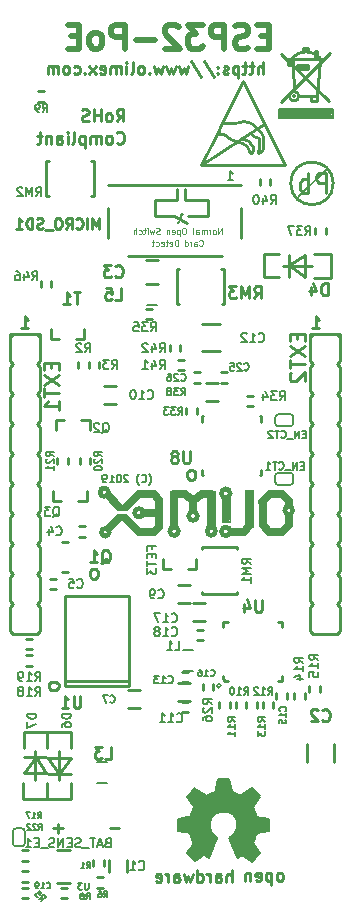
<source format=gbr>
G04 #@! TF.GenerationSoftware,KiCad,Pcbnew,5.1.0-unknown-a7c8df5~94~ubuntu18.04.1*
G04 #@! TF.CreationDate,2019-03-22T16:10:05+02:00*
G04 #@! TF.ProjectId,ESP32-PoE_Rev_D,45535033-322d-4506-9f45-5f5265765f44,D*
G04 #@! TF.SameCoordinates,Original*
G04 #@! TF.FileFunction,Legend,Bot*
G04 #@! TF.FilePolarity,Positive*
%FSLAX46Y46*%
G04 Gerber Fmt 4.6, Leading zero omitted, Abs format (unit mm)*
G04 Created by KiCad (PCBNEW 5.1.0-unknown-a7c8df5~94~ubuntu18.04.1) date 2019-03-22 16:10:05*
%MOMM*%
%LPD*%
G04 APERTURE LIST*
%ADD10C,0.254000*%
%ADD11C,0.190500*%
%ADD12C,0.508000*%
%ADD13C,0.158750*%
%ADD14C,0.152400*%
%ADD15C,0.150000*%
%ADD16C,0.200000*%
%ADD17C,0.127000*%
%ADD18C,0.400000*%
%ADD19C,0.700000*%
%ADD20C,0.500000*%
%ADD21C,0.100000*%
%ADD22C,0.420000*%
%ADD23C,0.370000*%
%ADD24C,0.380000*%
%ADD25C,1.000000*%
%ADD26C,0.177800*%
%ADD27C,0.222250*%
%ADD28C,0.125000*%
%ADD29C,0.139700*%
G04 APERTURE END LIST*
D10*
X98672952Y-163820928D02*
X99447047Y-163820928D01*
X94243071Y-163442952D02*
X94243071Y-164217047D01*
X94630119Y-163830000D02*
X93856023Y-163830000D01*
D11*
X108621285Y-108929714D02*
X109056714Y-108929714D01*
X108839000Y-108929714D02*
X108839000Y-108167714D01*
X108911571Y-108276571D01*
X108984142Y-108349142D01*
X109056714Y-108385428D01*
D10*
X99214819Y-105772857D02*
X99263200Y-105821238D01*
X99408342Y-105869619D01*
X99505104Y-105869619D01*
X99650247Y-105821238D01*
X99747009Y-105724476D01*
X99795390Y-105627714D01*
X99843771Y-105434190D01*
X99843771Y-105289047D01*
X99795390Y-105095523D01*
X99747009Y-104998761D01*
X99650247Y-104902000D01*
X99505104Y-104853619D01*
X99408342Y-104853619D01*
X99263200Y-104902000D01*
X99214819Y-104950380D01*
X98634247Y-105869619D02*
X98731009Y-105821238D01*
X98779390Y-105772857D01*
X98827771Y-105676095D01*
X98827771Y-105385809D01*
X98779390Y-105289047D01*
X98731009Y-105240666D01*
X98634247Y-105192285D01*
X98489104Y-105192285D01*
X98392342Y-105240666D01*
X98343961Y-105289047D01*
X98295580Y-105385809D01*
X98295580Y-105676095D01*
X98343961Y-105772857D01*
X98392342Y-105821238D01*
X98489104Y-105869619D01*
X98634247Y-105869619D01*
X97860152Y-105869619D02*
X97860152Y-105192285D01*
X97860152Y-105289047D02*
X97811771Y-105240666D01*
X97715009Y-105192285D01*
X97569866Y-105192285D01*
X97473104Y-105240666D01*
X97424723Y-105337428D01*
X97424723Y-105869619D01*
X97424723Y-105337428D02*
X97376342Y-105240666D01*
X97279580Y-105192285D01*
X97134438Y-105192285D01*
X97037676Y-105240666D01*
X96989295Y-105337428D01*
X96989295Y-105869619D01*
X96505485Y-105192285D02*
X96505485Y-106208285D01*
X96505485Y-105240666D02*
X96408723Y-105192285D01*
X96215200Y-105192285D01*
X96118438Y-105240666D01*
X96070057Y-105289047D01*
X96021676Y-105385809D01*
X96021676Y-105676095D01*
X96070057Y-105772857D01*
X96118438Y-105821238D01*
X96215200Y-105869619D01*
X96408723Y-105869619D01*
X96505485Y-105821238D01*
X95441104Y-105869619D02*
X95537866Y-105821238D01*
X95586247Y-105724476D01*
X95586247Y-104853619D01*
X95054057Y-105869619D02*
X95054057Y-105192285D01*
X95054057Y-104853619D02*
X95102438Y-104902000D01*
X95054057Y-104950380D01*
X95005676Y-104902000D01*
X95054057Y-104853619D01*
X95054057Y-104950380D01*
X94134819Y-105869619D02*
X94134819Y-105337428D01*
X94183200Y-105240666D01*
X94279961Y-105192285D01*
X94473485Y-105192285D01*
X94570247Y-105240666D01*
X94134819Y-105821238D02*
X94231580Y-105869619D01*
X94473485Y-105869619D01*
X94570247Y-105821238D01*
X94618628Y-105724476D01*
X94618628Y-105627714D01*
X94570247Y-105530952D01*
X94473485Y-105482571D01*
X94231580Y-105482571D01*
X94134819Y-105434190D01*
X93651009Y-105192285D02*
X93651009Y-105869619D01*
X93651009Y-105289047D02*
X93602628Y-105240666D01*
X93505866Y-105192285D01*
X93360723Y-105192285D01*
X93263961Y-105240666D01*
X93215580Y-105337428D01*
X93215580Y-105869619D01*
X92876914Y-105192285D02*
X92489866Y-105192285D01*
X92731771Y-104853619D02*
X92731771Y-105724476D01*
X92683390Y-105821238D01*
X92586628Y-105869619D01*
X92489866Y-105869619D01*
X99205142Y-103964619D02*
X99543809Y-103480809D01*
X99785714Y-103964619D02*
X99785714Y-102948619D01*
X99398666Y-102948619D01*
X99301904Y-102997000D01*
X99253523Y-103045380D01*
X99205142Y-103142142D01*
X99205142Y-103287285D01*
X99253523Y-103384047D01*
X99301904Y-103432428D01*
X99398666Y-103480809D01*
X99785714Y-103480809D01*
X98624571Y-103964619D02*
X98721333Y-103916238D01*
X98769714Y-103867857D01*
X98818095Y-103771095D01*
X98818095Y-103480809D01*
X98769714Y-103384047D01*
X98721333Y-103335666D01*
X98624571Y-103287285D01*
X98479428Y-103287285D01*
X98382666Y-103335666D01*
X98334285Y-103384047D01*
X98285904Y-103480809D01*
X98285904Y-103771095D01*
X98334285Y-103867857D01*
X98382666Y-103916238D01*
X98479428Y-103964619D01*
X98624571Y-103964619D01*
X97850476Y-103964619D02*
X97850476Y-102948619D01*
X97850476Y-103432428D02*
X97269904Y-103432428D01*
X97269904Y-103964619D02*
X97269904Y-102948619D01*
X96834476Y-103916238D02*
X96689333Y-103964619D01*
X96447428Y-103964619D01*
X96350666Y-103916238D01*
X96302285Y-103867857D01*
X96253904Y-103771095D01*
X96253904Y-103674333D01*
X96302285Y-103577571D01*
X96350666Y-103529190D01*
X96447428Y-103480809D01*
X96640952Y-103432428D01*
X96737714Y-103384047D01*
X96786095Y-103335666D01*
X96834476Y-103238904D01*
X96834476Y-103142142D01*
X96786095Y-103045380D01*
X96737714Y-102997000D01*
X96640952Y-102948619D01*
X96399047Y-102948619D01*
X96253904Y-102997000D01*
X115787714Y-121490619D02*
X116368285Y-121490619D01*
X116078000Y-121490619D02*
X116078000Y-120474619D01*
X116174761Y-120619761D01*
X116271523Y-120716523D01*
X116368285Y-120764904D01*
X91149714Y-121490619D02*
X91730285Y-121490619D01*
X91440000Y-121490619D02*
X91440000Y-120474619D01*
X91536761Y-120619761D01*
X91633523Y-120716523D01*
X91730285Y-120764904D01*
D12*
X112098666Y-96755857D02*
X111421333Y-96755857D01*
X111131047Y-97820238D02*
X112098666Y-97820238D01*
X112098666Y-95788238D01*
X111131047Y-95788238D01*
X110356952Y-97723476D02*
X110066666Y-97820238D01*
X109582857Y-97820238D01*
X109389333Y-97723476D01*
X109292571Y-97626714D01*
X109195809Y-97433190D01*
X109195809Y-97239666D01*
X109292571Y-97046142D01*
X109389333Y-96949380D01*
X109582857Y-96852619D01*
X109969904Y-96755857D01*
X110163428Y-96659095D01*
X110260190Y-96562333D01*
X110356952Y-96368809D01*
X110356952Y-96175285D01*
X110260190Y-95981761D01*
X110163428Y-95885000D01*
X109969904Y-95788238D01*
X109486095Y-95788238D01*
X109195809Y-95885000D01*
X108324952Y-97820238D02*
X108324952Y-95788238D01*
X107550857Y-95788238D01*
X107357333Y-95885000D01*
X107260571Y-95981761D01*
X107163809Y-96175285D01*
X107163809Y-96465571D01*
X107260571Y-96659095D01*
X107357333Y-96755857D01*
X107550857Y-96852619D01*
X108324952Y-96852619D01*
X106486476Y-95788238D02*
X105228571Y-95788238D01*
X105905904Y-96562333D01*
X105615619Y-96562333D01*
X105422095Y-96659095D01*
X105325333Y-96755857D01*
X105228571Y-96949380D01*
X105228571Y-97433190D01*
X105325333Y-97626714D01*
X105422095Y-97723476D01*
X105615619Y-97820238D01*
X106196190Y-97820238D01*
X106389714Y-97723476D01*
X106486476Y-97626714D01*
X104454476Y-95981761D02*
X104357714Y-95885000D01*
X104164190Y-95788238D01*
X103680380Y-95788238D01*
X103486857Y-95885000D01*
X103390095Y-95981761D01*
X103293333Y-96175285D01*
X103293333Y-96368809D01*
X103390095Y-96659095D01*
X104551238Y-97820238D01*
X103293333Y-97820238D01*
X102422476Y-97046142D02*
X100874285Y-97046142D01*
X99906666Y-97820238D02*
X99906666Y-95788238D01*
X99132571Y-95788238D01*
X98939047Y-95885000D01*
X98842285Y-95981761D01*
X98745523Y-96175285D01*
X98745523Y-96465571D01*
X98842285Y-96659095D01*
X98939047Y-96755857D01*
X99132571Y-96852619D01*
X99906666Y-96852619D01*
X97584380Y-97820238D02*
X97777904Y-97723476D01*
X97874666Y-97626714D01*
X97971428Y-97433190D01*
X97971428Y-96852619D01*
X97874666Y-96659095D01*
X97777904Y-96562333D01*
X97584380Y-96465571D01*
X97294095Y-96465571D01*
X97100571Y-96562333D01*
X97003809Y-96659095D01*
X96907047Y-96852619D01*
X96907047Y-97433190D01*
X97003809Y-97626714D01*
X97100571Y-97723476D01*
X97294095Y-97820238D01*
X97584380Y-97820238D01*
X96036190Y-96755857D02*
X95358857Y-96755857D01*
X95068571Y-97820238D02*
X96036190Y-97820238D01*
X96036190Y-95788238D01*
X95068571Y-95788238D01*
D13*
X101935642Y-134768166D02*
X101965880Y-134737928D01*
X102026357Y-134647214D01*
X102056595Y-134586738D01*
X102086833Y-134496023D01*
X102117071Y-134344833D01*
X102117071Y-134223880D01*
X102086833Y-134072690D01*
X102056595Y-133981976D01*
X102026357Y-133921500D01*
X101965880Y-133830785D01*
X101935642Y-133800547D01*
X101330880Y-134465785D02*
X101361119Y-134496023D01*
X101451833Y-134526261D01*
X101512309Y-134526261D01*
X101603023Y-134496023D01*
X101663500Y-134435547D01*
X101693738Y-134375071D01*
X101723976Y-134254119D01*
X101723976Y-134163404D01*
X101693738Y-134042452D01*
X101663500Y-133981976D01*
X101603023Y-133921500D01*
X101512309Y-133891261D01*
X101451833Y-133891261D01*
X101361119Y-133921500D01*
X101330880Y-133951738D01*
X101119214Y-134768166D02*
X101088976Y-134737928D01*
X101028500Y-134647214D01*
X100998261Y-134586738D01*
X100968023Y-134496023D01*
X100937785Y-134344833D01*
X100937785Y-134223880D01*
X100968023Y-134072690D01*
X100998261Y-133981976D01*
X101028500Y-133921500D01*
X101088976Y-133830785D01*
X101119214Y-133800547D01*
X100181833Y-133951738D02*
X100151595Y-133921500D01*
X100091119Y-133891261D01*
X99939928Y-133891261D01*
X99879452Y-133921500D01*
X99849214Y-133951738D01*
X99818976Y-134012214D01*
X99818976Y-134072690D01*
X99849214Y-134163404D01*
X100212071Y-134526261D01*
X99818976Y-134526261D01*
X99425880Y-133891261D02*
X99365404Y-133891261D01*
X99304928Y-133921500D01*
X99274690Y-133951738D01*
X99244452Y-134012214D01*
X99214214Y-134133166D01*
X99214214Y-134284357D01*
X99244452Y-134405309D01*
X99274690Y-134465785D01*
X99304928Y-134496023D01*
X99365404Y-134526261D01*
X99425880Y-134526261D01*
X99486357Y-134496023D01*
X99516595Y-134465785D01*
X99546833Y-134405309D01*
X99577071Y-134284357D01*
X99577071Y-134133166D01*
X99546833Y-134012214D01*
X99516595Y-133951738D01*
X99486357Y-133921500D01*
X99425880Y-133891261D01*
X98609452Y-134526261D02*
X98972309Y-134526261D01*
X98790880Y-134526261D02*
X98790880Y-133891261D01*
X98851357Y-133981976D01*
X98911833Y-134042452D01*
X98972309Y-134072690D01*
X98307071Y-134526261D02*
X98186119Y-134526261D01*
X98125642Y-134496023D01*
X98095404Y-134465785D01*
X98034928Y-134375071D01*
X98004690Y-134254119D01*
X98004690Y-134012214D01*
X98034928Y-133951738D01*
X98065166Y-133921500D01*
X98125642Y-133891261D01*
X98246595Y-133891261D01*
X98307071Y-133921500D01*
X98337309Y-133951738D01*
X98367547Y-134012214D01*
X98367547Y-134163404D01*
X98337309Y-134223880D01*
X98307071Y-134254119D01*
X98246595Y-134284357D01*
X98125642Y-134284357D01*
X98065166Y-134254119D01*
X98034928Y-134223880D01*
X98004690Y-134163404D01*
D10*
X111608809Y-99964119D02*
X111608809Y-98948119D01*
X111173380Y-99964119D02*
X111173380Y-99431928D01*
X111221761Y-99335166D01*
X111318523Y-99286785D01*
X111463666Y-99286785D01*
X111560428Y-99335166D01*
X111608809Y-99383547D01*
X110834714Y-99286785D02*
X110447666Y-99286785D01*
X110689571Y-98948119D02*
X110689571Y-99818976D01*
X110641190Y-99915738D01*
X110544428Y-99964119D01*
X110447666Y-99964119D01*
X110254142Y-99286785D02*
X109867095Y-99286785D01*
X110109000Y-98948119D02*
X110109000Y-99818976D01*
X110060619Y-99915738D01*
X109963857Y-99964119D01*
X109867095Y-99964119D01*
X109528428Y-99286785D02*
X109528428Y-100302785D01*
X109528428Y-99335166D02*
X109431666Y-99286785D01*
X109238142Y-99286785D01*
X109141380Y-99335166D01*
X109093000Y-99383547D01*
X109044619Y-99480309D01*
X109044619Y-99770595D01*
X109093000Y-99867357D01*
X109141380Y-99915738D01*
X109238142Y-99964119D01*
X109431666Y-99964119D01*
X109528428Y-99915738D01*
X108657571Y-99915738D02*
X108560809Y-99964119D01*
X108367285Y-99964119D01*
X108270523Y-99915738D01*
X108222142Y-99818976D01*
X108222142Y-99770595D01*
X108270523Y-99673833D01*
X108367285Y-99625452D01*
X108512428Y-99625452D01*
X108609190Y-99577071D01*
X108657571Y-99480309D01*
X108657571Y-99431928D01*
X108609190Y-99335166D01*
X108512428Y-99286785D01*
X108367285Y-99286785D01*
X108270523Y-99335166D01*
X107786714Y-99867357D02*
X107738333Y-99915738D01*
X107786714Y-99964119D01*
X107835095Y-99915738D01*
X107786714Y-99867357D01*
X107786714Y-99964119D01*
X107786714Y-99335166D02*
X107738333Y-99383547D01*
X107786714Y-99431928D01*
X107835095Y-99383547D01*
X107786714Y-99335166D01*
X107786714Y-99431928D01*
X106577190Y-98899738D02*
X107448047Y-100206023D01*
X105512809Y-98899738D02*
X106383666Y-100206023D01*
X105270904Y-99286785D02*
X105077380Y-99964119D01*
X104883857Y-99480309D01*
X104690333Y-99964119D01*
X104496809Y-99286785D01*
X104206523Y-99286785D02*
X104013000Y-99964119D01*
X103819476Y-99480309D01*
X103625952Y-99964119D01*
X103432428Y-99286785D01*
X103142142Y-99286785D02*
X102948619Y-99964119D01*
X102755095Y-99480309D01*
X102561571Y-99964119D01*
X102368047Y-99286785D01*
X101981000Y-99867357D02*
X101932619Y-99915738D01*
X101981000Y-99964119D01*
X102029380Y-99915738D01*
X101981000Y-99867357D01*
X101981000Y-99964119D01*
X101352047Y-99964119D02*
X101448809Y-99915738D01*
X101497190Y-99867357D01*
X101545571Y-99770595D01*
X101545571Y-99480309D01*
X101497190Y-99383547D01*
X101448809Y-99335166D01*
X101352047Y-99286785D01*
X101206904Y-99286785D01*
X101110142Y-99335166D01*
X101061761Y-99383547D01*
X101013380Y-99480309D01*
X101013380Y-99770595D01*
X101061761Y-99867357D01*
X101110142Y-99915738D01*
X101206904Y-99964119D01*
X101352047Y-99964119D01*
X100432809Y-99964119D02*
X100529571Y-99915738D01*
X100577952Y-99818976D01*
X100577952Y-98948119D01*
X100045761Y-99964119D02*
X100045761Y-99286785D01*
X100045761Y-98948119D02*
X100094142Y-98996500D01*
X100045761Y-99044880D01*
X99997380Y-98996500D01*
X100045761Y-98948119D01*
X100045761Y-99044880D01*
X99561952Y-99964119D02*
X99561952Y-99286785D01*
X99561952Y-99383547D02*
X99513571Y-99335166D01*
X99416809Y-99286785D01*
X99271666Y-99286785D01*
X99174904Y-99335166D01*
X99126523Y-99431928D01*
X99126523Y-99964119D01*
X99126523Y-99431928D02*
X99078142Y-99335166D01*
X98981380Y-99286785D01*
X98836238Y-99286785D01*
X98739476Y-99335166D01*
X98691095Y-99431928D01*
X98691095Y-99964119D01*
X97820238Y-99915738D02*
X97917000Y-99964119D01*
X98110523Y-99964119D01*
X98207285Y-99915738D01*
X98255666Y-99818976D01*
X98255666Y-99431928D01*
X98207285Y-99335166D01*
X98110523Y-99286785D01*
X97917000Y-99286785D01*
X97820238Y-99335166D01*
X97771857Y-99431928D01*
X97771857Y-99528690D01*
X98255666Y-99625452D01*
X97433190Y-99964119D02*
X96901000Y-99286785D01*
X97433190Y-99286785D02*
X96901000Y-99964119D01*
X96513952Y-99867357D02*
X96465571Y-99915738D01*
X96513952Y-99964119D01*
X96562333Y-99915738D01*
X96513952Y-99867357D01*
X96513952Y-99964119D01*
X95594714Y-99915738D02*
X95691476Y-99964119D01*
X95885000Y-99964119D01*
X95981761Y-99915738D01*
X96030142Y-99867357D01*
X96078523Y-99770595D01*
X96078523Y-99480309D01*
X96030142Y-99383547D01*
X95981761Y-99335166D01*
X95885000Y-99286785D01*
X95691476Y-99286785D01*
X95594714Y-99335166D01*
X95014142Y-99964119D02*
X95110904Y-99915738D01*
X95159285Y-99867357D01*
X95207666Y-99770595D01*
X95207666Y-99480309D01*
X95159285Y-99383547D01*
X95110904Y-99335166D01*
X95014142Y-99286785D01*
X94869000Y-99286785D01*
X94772238Y-99335166D01*
X94723857Y-99383547D01*
X94675476Y-99480309D01*
X94675476Y-99770595D01*
X94723857Y-99867357D01*
X94772238Y-99915738D01*
X94869000Y-99964119D01*
X95014142Y-99964119D01*
X94240047Y-99964119D02*
X94240047Y-99286785D01*
X94240047Y-99383547D02*
X94191666Y-99335166D01*
X94094904Y-99286785D01*
X93949761Y-99286785D01*
X93853000Y-99335166D01*
X93804619Y-99431928D01*
X93804619Y-99964119D01*
X93804619Y-99431928D02*
X93756238Y-99335166D01*
X93659476Y-99286785D01*
X93514333Y-99286785D01*
X93417571Y-99335166D01*
X93369190Y-99431928D01*
X93369190Y-99964119D01*
X111315500Y-106426000D02*
G75*
G02X111442500Y-106553000I0J-127000D01*
G01*
X111188500Y-106489500D02*
G75*
G02X111252000Y-106426000I63500J0D01*
G01*
X111249571Y-106682545D02*
G75*
G02X111188500Y-106616500I2429J63505D01*
G01*
X111633000Y-106299000D02*
G75*
G02X111252000Y-106680000I-381000J0D01*
G01*
X111443548Y-104903575D02*
G75*
G02X111633000Y-105219500I-168688J-315925D01*
G01*
X111441049Y-104902142D02*
G75*
G02X111125000Y-104584500I478971J792622D01*
G01*
X111250435Y-105411845D02*
G75*
G02X110553500Y-104965500I153965J1007685D01*
G01*
X110806568Y-106172674D02*
G75*
G02X110807500Y-106489500I-316568J-159346D01*
G01*
X110807467Y-106489600D02*
G75*
G02X110680500Y-106616500I-190467J63600D01*
G01*
X109478775Y-105728493D02*
G75*
G02X109918500Y-105854500I-825195J-3709947D01*
G01*
X109918415Y-105855965D02*
G75*
G02X110490000Y-106616500I-284395J-808795D01*
G01*
X109856208Y-105411166D02*
G75*
G02X110807500Y-106172000I-285688J-1332334D01*
G01*
X109343961Y-105665576D02*
G75*
G02X108521500Y-105219500I147819J1253796D01*
G01*
X108012801Y-105029474D02*
G75*
G02X108521500Y-105219500I64199J-604046D01*
G01*
X109537415Y-104078114D02*
G75*
G02X109321600Y-104140000I-182795J230214D01*
G01*
X109538221Y-104076678D02*
G75*
G02X111125000Y-104584500I466639J-1274902D01*
G01*
X111252000Y-106426000D02*
X111315500Y-106426000D01*
X111252000Y-106426000D02*
X111252000Y-105410000D01*
X111188500Y-106616500D02*
X111188500Y-106489500D01*
X111633000Y-105219500D02*
X111633000Y-106299000D01*
X110680500Y-106616500D02*
X110528100Y-106616500D01*
X107696000Y-105029000D02*
X108013500Y-105029000D01*
X109321600Y-104140000D02*
X108140500Y-104140000D01*
X111696500Y-104203500D02*
X106362500Y-107696000D01*
X108140500Y-104140000D02*
X109918500Y-100584000D01*
X107696000Y-105029000D02*
X108140500Y-104140000D01*
X106362500Y-107696000D02*
X107696000Y-105029000D01*
X113474500Y-107696000D02*
X106362500Y-107696000D01*
X109918500Y-100584000D02*
X113474500Y-107696000D01*
D14*
X91440000Y-165100000D02*
G75*
G02X91186000Y-165354000I-254000J0D01*
G01*
X91186000Y-163830000D02*
G75*
G02X91440000Y-164084000I0J-254000D01*
G01*
X90424000Y-164084000D02*
G75*
G02X90678000Y-163830000I254000J0D01*
G01*
X90678000Y-165354000D02*
G75*
G02X90424000Y-165100000I0J254000D01*
G01*
D15*
X91186000Y-165354000D02*
X90678000Y-165354000D01*
X90424000Y-165100000D02*
X90424000Y-164084000D01*
X90678000Y-163830000D02*
X91186000Y-163830000D01*
X91440000Y-164084000D02*
X91440000Y-165100000D01*
D10*
X94615000Y-139573000D02*
X95123000Y-139573000D01*
X94615000Y-142113000D02*
X95123000Y-142113000D01*
X96266000Y-139128500D02*
X96520000Y-139128500D01*
X96266000Y-139128500D02*
X96012000Y-139128500D01*
X96266000Y-138239500D02*
X96012000Y-138239500D01*
X96266000Y-138239500D02*
X96520000Y-138239500D01*
X107950000Y-123444000D02*
X106426000Y-123444000D01*
X107950000Y-121158000D02*
X106426000Y-121158000D01*
X104305100Y-119456200D02*
X104305100Y-116509800D01*
X104317800Y-119456200D02*
X104495600Y-119456200D01*
X104292400Y-116509800D02*
X104508300Y-116509800D01*
X108115100Y-119456200D02*
X108305600Y-119456200D01*
X108305600Y-119456200D02*
X108305600Y-116509800D01*
X108305600Y-116509800D02*
X108089700Y-116509800D01*
X96479360Y-122392440D02*
X95768160Y-122392440D01*
X96479360Y-121554240D02*
X96479360Y-122392440D01*
X93634560Y-121554240D02*
X93634560Y-122392440D01*
X94345760Y-122392440D02*
X93634560Y-122392440D01*
X107823000Y-126111000D02*
X106807000Y-126111000D01*
X107823000Y-127635000D02*
X106807000Y-127635000D01*
X96075500Y-132715000D02*
X96075500Y-132969000D01*
X96075500Y-132715000D02*
X96075500Y-132461000D01*
X96964500Y-132715000D02*
X96964500Y-132461000D01*
X96964500Y-132715000D02*
X96964500Y-132969000D01*
X95059500Y-132715000D02*
X95059500Y-132461000D01*
X95059500Y-132715000D02*
X95059500Y-132969000D01*
X94170500Y-132715000D02*
X94170500Y-132969000D01*
X94170500Y-132715000D02*
X94170500Y-132461000D01*
X106466000Y-128945000D02*
X106566000Y-128945000D01*
X111366000Y-128945000D02*
X111466000Y-128945000D01*
X111466000Y-128945000D02*
X111466000Y-129445000D01*
X111466000Y-133445000D02*
X111466000Y-133945000D01*
X111466000Y-133945000D02*
X111366000Y-133945000D01*
X106566000Y-133945000D02*
X106466000Y-133945000D01*
X106466000Y-133945000D02*
X106466000Y-133445000D01*
X106466000Y-129445000D02*
X106466000Y-128945000D01*
D16*
X108021873Y-151742140D02*
G75*
G03X108021873Y-151742140I-176013J0D01*
G01*
D10*
X108645960Y-151343360D02*
X108419900Y-151343360D01*
X113243360Y-151343360D02*
X112842040Y-151343360D01*
X113243360Y-150942040D02*
X113243360Y-151343360D01*
X113243360Y-146344640D02*
X113243360Y-146745960D01*
X112842040Y-146344640D02*
X113243360Y-146344640D01*
X108244640Y-146344640D02*
X108645960Y-146344640D01*
X108244640Y-146745960D02*
X108244640Y-146344640D01*
X108244640Y-151168100D02*
X108244640Y-150942040D01*
X108419900Y-151343360D02*
X108244640Y-151168100D01*
X116903500Y-113284000D02*
X116903500Y-113030000D01*
X116903500Y-113284000D02*
X116903500Y-113538000D01*
X116014500Y-113284000D02*
X116014500Y-113538000D01*
X116014500Y-113284000D02*
X116014500Y-113030000D01*
X115160400Y-115255200D02*
X115160400Y-117160200D01*
X113788800Y-115255200D02*
X113788800Y-117160200D01*
X113788800Y-116169600D02*
X115160400Y-117160200D01*
X115160400Y-115255200D02*
X113788800Y-116169600D01*
X115744600Y-116207700D02*
X113268100Y-116207700D01*
X111693300Y-117185600D02*
X112988700Y-117185600D01*
X111706000Y-115179000D02*
X113001400Y-115179000D01*
X111680600Y-117185600D02*
X111680600Y-115191700D01*
X117332100Y-117198300D02*
X115960500Y-117198300D01*
X117332100Y-115179000D02*
X115960500Y-115179000D01*
X117332100Y-117198300D02*
X117332100Y-115179000D01*
X93853000Y-143573500D02*
X94107000Y-143573500D01*
X93853000Y-143573500D02*
X93599000Y-143573500D01*
X93853000Y-142684500D02*
X93599000Y-142684500D01*
X93853000Y-142684500D02*
X94107000Y-142684500D01*
D17*
X104851200Y-150495000D02*
X105689400Y-150495000D01*
X104851200Y-148717000D02*
X105689400Y-148717000D01*
D10*
X94081600Y-129286000D02*
X94792800Y-129286000D01*
X94081600Y-130124200D02*
X94081600Y-129286000D01*
X96926400Y-130124200D02*
X96926400Y-129286000D01*
X96215200Y-129286000D02*
X96926400Y-129286000D01*
X93256100Y-110312200D02*
X93256100Y-107365800D01*
X93268800Y-110312200D02*
X93446600Y-110312200D01*
X93243400Y-107365800D02*
X93459300Y-107365800D01*
X97066100Y-110312200D02*
X97256600Y-110312200D01*
X97256600Y-110312200D02*
X97256600Y-107365800D01*
X97256600Y-107365800D02*
X97040700Y-107365800D01*
X109423200Y-143979900D02*
X106476800Y-143979900D01*
X109423200Y-143967200D02*
X109423200Y-143789400D01*
X106476800Y-143992600D02*
X106476800Y-143776700D01*
X109423200Y-140169900D02*
X109423200Y-139979400D01*
X109423200Y-139979400D02*
X106476800Y-139979400D01*
X106476800Y-139979400D02*
X106476800Y-140195300D01*
X100203000Y-153670000D02*
X101219000Y-153670000D01*
X100203000Y-152146000D02*
X101219000Y-152146000D01*
X104394000Y-144780000D02*
X105410000Y-144780000D01*
X104394000Y-143256000D02*
X105410000Y-143256000D01*
X105410000Y-151511000D02*
X104394000Y-151511000D01*
X105410000Y-153035000D02*
X104394000Y-153035000D01*
X106680000Y-144780000D02*
X105664000Y-144780000D01*
X106680000Y-146304000D02*
X105664000Y-146304000D01*
X98515000Y-111312000D02*
X98515000Y-113812000D01*
X109765000Y-111312000D02*
X109765000Y-113812000D01*
X100140000Y-115387000D02*
X108140000Y-115387000D01*
X98515000Y-109387000D02*
X109765000Y-109387000D01*
X104340000Y-109687000D02*
X104340000Y-110587000D01*
X104340000Y-110587000D02*
X102440000Y-110587000D01*
X102440000Y-110587000D02*
X102440000Y-111987000D01*
X102440000Y-111987000D02*
X104040000Y-111987000D01*
X104040000Y-111987000D02*
X105140000Y-112587000D01*
X105240000Y-111987000D02*
X106940000Y-111987000D01*
X106940000Y-111987000D02*
X106940000Y-110587000D01*
X106940000Y-110587000D02*
X105040000Y-110587000D01*
X105040000Y-110587000D02*
X105040000Y-109687000D01*
X105040000Y-109687000D02*
X105040000Y-109687000D01*
D17*
X104388528Y-112635528D02*
G75*
G03X104740000Y-111787000I-848528J848528D01*
G01*
X104740000Y-111787000D02*
X104840000Y-111887000D01*
X104740000Y-111787000D02*
X104640000Y-111887000D01*
D10*
X115316000Y-158242000D02*
X115316000Y-156718000D01*
X117602000Y-158242000D02*
X117602000Y-156718000D01*
D17*
X101803200Y-119507000D02*
X102641400Y-119507000D01*
X101803200Y-117729000D02*
X102641400Y-117729000D01*
D10*
X96672400Y-136144000D02*
X95961200Y-136144000D01*
X96672400Y-135305800D02*
X96672400Y-136144000D01*
X93827600Y-135305800D02*
X93827600Y-136144000D01*
X94538800Y-136144000D02*
X93827600Y-136144000D01*
X100266500Y-151384000D02*
X94805500Y-151384000D01*
X100266500Y-144145000D02*
X100266500Y-151765000D01*
X94805500Y-151765000D02*
X94805500Y-144145000D01*
X100266500Y-144145000D02*
X94805500Y-144145000D01*
X94805500Y-151765000D02*
X100266500Y-151765000D01*
X98552000Y-166497000D02*
X98552000Y-167513000D01*
X100076000Y-166497000D02*
X100076000Y-167513000D01*
X90170000Y-121950000D02*
X92710000Y-121950000D01*
X92456000Y-127030000D02*
X92710000Y-127284000D01*
X92710000Y-126776000D02*
X92456000Y-127030000D01*
X92710000Y-124236000D02*
X92710000Y-122458000D01*
X92456000Y-124490000D02*
X92710000Y-124236000D01*
X92710000Y-124744000D02*
X92456000Y-124490000D01*
X92710000Y-126776000D02*
X92710000Y-124744000D01*
X92710000Y-122458000D02*
X92710000Y-121950000D01*
X92710000Y-122204000D02*
X92456000Y-121950000D01*
X90424000Y-121950000D02*
X90170000Y-122204000D01*
X92710000Y-129316000D02*
X92710000Y-127284000D01*
X92456000Y-129570000D02*
X92710000Y-129316000D01*
X92710000Y-132364000D02*
X92456000Y-132110000D01*
X92710000Y-131856000D02*
X92710000Y-129824000D01*
X92456000Y-132110000D02*
X92710000Y-131856000D01*
X90170000Y-131856000D02*
X90424000Y-132110000D01*
X90170000Y-129824000D02*
X90170000Y-131856000D01*
X90424000Y-129570000D02*
X90170000Y-129824000D01*
X90170000Y-129316000D02*
X90424000Y-129570000D01*
X90170000Y-127284000D02*
X90170000Y-129316000D01*
X90424000Y-127030000D02*
X90170000Y-127284000D01*
X90170000Y-126776000D02*
X90424000Y-127030000D01*
X90170000Y-124744000D02*
X90170000Y-126776000D01*
X90424000Y-124490000D02*
X90170000Y-124744000D01*
X90170000Y-124236000D02*
X90424000Y-124490000D01*
X90170000Y-122204000D02*
X90170000Y-124236000D01*
X90170000Y-121950000D02*
X90170000Y-122204000D01*
X90424000Y-132110000D02*
X90170000Y-132364000D01*
X90170000Y-132364000D02*
X90170000Y-134396000D01*
X90170000Y-136936000D02*
X90424000Y-137190000D01*
X92710000Y-134396000D02*
X92710000Y-132364000D01*
X92710000Y-129824000D02*
X92456000Y-129570000D01*
X92456000Y-137190000D02*
X92710000Y-136936000D01*
X90170000Y-134904000D02*
X90170000Y-136936000D01*
X90424000Y-134650000D02*
X90170000Y-134904000D01*
X92710000Y-136936000D02*
X92710000Y-134904000D01*
X92456000Y-134650000D02*
X92710000Y-134396000D01*
X92710000Y-134904000D02*
X92456000Y-134650000D01*
X90170000Y-134396000D02*
X90424000Y-134650000D01*
X90170000Y-136936000D02*
X90424000Y-137190000D01*
X92456000Y-137190000D02*
X92710000Y-136936000D01*
X92710000Y-136936000D02*
X92710000Y-134904000D01*
X90170000Y-134904000D02*
X90170000Y-136936000D01*
X90424000Y-134650000D02*
X90170000Y-134904000D01*
X92710000Y-134904000D02*
X92456000Y-134650000D01*
X92710000Y-139984000D02*
X92456000Y-139730000D01*
X90424000Y-139730000D02*
X90170000Y-139984000D01*
X90170000Y-139984000D02*
X90170000Y-142016000D01*
X92710000Y-142016000D02*
X92710000Y-139984000D01*
X92456000Y-142270000D02*
X92710000Y-142016000D01*
X90170000Y-142016000D02*
X90424000Y-142270000D01*
X90170000Y-139476000D02*
X90424000Y-139730000D01*
X92710000Y-139984000D02*
X92456000Y-139730000D01*
X92456000Y-139730000D02*
X92710000Y-139476000D01*
X92710000Y-142016000D02*
X92710000Y-139984000D01*
X90424000Y-139730000D02*
X90170000Y-139984000D01*
X90170000Y-139984000D02*
X90170000Y-142016000D01*
X92456000Y-142270000D02*
X92710000Y-142016000D01*
X92710000Y-139476000D02*
X92710000Y-137444000D01*
X90170000Y-142016000D02*
X90424000Y-142270000D01*
X90170000Y-137444000D02*
X90170000Y-139476000D01*
X90424000Y-137190000D02*
X90170000Y-137444000D01*
X92710000Y-137444000D02*
X92456000Y-137190000D01*
X92710000Y-142524000D02*
X92456000Y-142270000D01*
X90424000Y-142270000D02*
X90170000Y-142524000D01*
X90170000Y-142524000D02*
X90170000Y-144556000D01*
X90170000Y-147096000D02*
X90424000Y-147350000D01*
X92710000Y-144556000D02*
X92710000Y-142524000D01*
X92456000Y-147350000D02*
X92710000Y-147096000D01*
X90424000Y-147350000D02*
X92456000Y-147350000D01*
X90170000Y-145064000D02*
X90170000Y-147096000D01*
X90424000Y-144810000D02*
X90170000Y-145064000D01*
X92710000Y-147096000D02*
X92710000Y-145064000D01*
X92456000Y-144810000D02*
X92710000Y-144556000D01*
X92710000Y-145064000D02*
X92456000Y-144810000D01*
X90170000Y-144556000D02*
X90424000Y-144810000D01*
X90170000Y-147096000D02*
X90424000Y-147350000D01*
X92456000Y-147350000D02*
X92710000Y-147096000D01*
X92710000Y-147096000D02*
X92710000Y-145064000D01*
X90170000Y-145064000D02*
X90170000Y-147096000D01*
X90424000Y-144810000D02*
X90170000Y-145064000D01*
X92710000Y-145064000D02*
X92456000Y-144810000D01*
X115570000Y-121950000D02*
X118110000Y-121950000D01*
X117856000Y-127030000D02*
X118110000Y-127284000D01*
X118110000Y-126776000D02*
X117856000Y-127030000D01*
X118110000Y-124236000D02*
X118110000Y-122458000D01*
X117856000Y-124490000D02*
X118110000Y-124236000D01*
X118110000Y-124744000D02*
X117856000Y-124490000D01*
X118110000Y-126776000D02*
X118110000Y-124744000D01*
X118110000Y-122458000D02*
X118110000Y-121950000D01*
X118110000Y-122204000D02*
X117856000Y-121950000D01*
X115824000Y-121950000D02*
X115570000Y-122204000D01*
X118110000Y-129316000D02*
X118110000Y-127284000D01*
X117856000Y-129570000D02*
X118110000Y-129316000D01*
X118110000Y-132364000D02*
X117856000Y-132110000D01*
X118110000Y-131856000D02*
X118110000Y-129824000D01*
X117856000Y-132110000D02*
X118110000Y-131856000D01*
X115570000Y-131856000D02*
X115824000Y-132110000D01*
X115570000Y-129824000D02*
X115570000Y-131856000D01*
X115824000Y-129570000D02*
X115570000Y-129824000D01*
X115570000Y-129316000D02*
X115824000Y-129570000D01*
X115570000Y-127284000D02*
X115570000Y-129316000D01*
X115824000Y-127030000D02*
X115570000Y-127284000D01*
X115570000Y-126776000D02*
X115824000Y-127030000D01*
X115570000Y-124744000D02*
X115570000Y-126776000D01*
X115824000Y-124490000D02*
X115570000Y-124744000D01*
X115570000Y-124236000D02*
X115824000Y-124490000D01*
X115570000Y-122204000D02*
X115570000Y-124236000D01*
X115570000Y-121950000D02*
X115570000Y-122204000D01*
X115824000Y-132110000D02*
X115570000Y-132364000D01*
X115570000Y-132364000D02*
X115570000Y-134396000D01*
X115570000Y-136936000D02*
X115824000Y-137190000D01*
X118110000Y-134396000D02*
X118110000Y-132364000D01*
X118110000Y-129824000D02*
X117856000Y-129570000D01*
X117856000Y-137190000D02*
X118110000Y-136936000D01*
X115570000Y-134904000D02*
X115570000Y-136936000D01*
X115824000Y-134650000D02*
X115570000Y-134904000D01*
X118110000Y-136936000D02*
X118110000Y-134904000D01*
X117856000Y-134650000D02*
X118110000Y-134396000D01*
X118110000Y-134904000D02*
X117856000Y-134650000D01*
X115570000Y-134396000D02*
X115824000Y-134650000D01*
X115570000Y-136936000D02*
X115824000Y-137190000D01*
X117856000Y-137190000D02*
X118110000Y-136936000D01*
X118110000Y-136936000D02*
X118110000Y-134904000D01*
X115570000Y-134904000D02*
X115570000Y-136936000D01*
X115824000Y-134650000D02*
X115570000Y-134904000D01*
X118110000Y-134904000D02*
X117856000Y-134650000D01*
X118110000Y-139984000D02*
X117856000Y-139730000D01*
X115824000Y-139730000D02*
X115570000Y-139984000D01*
X115570000Y-139984000D02*
X115570000Y-142016000D01*
X118110000Y-142016000D02*
X118110000Y-139984000D01*
X117856000Y-142270000D02*
X118110000Y-142016000D01*
X115570000Y-142016000D02*
X115824000Y-142270000D01*
X115570000Y-139476000D02*
X115824000Y-139730000D01*
X118110000Y-139984000D02*
X117856000Y-139730000D01*
X117856000Y-139730000D02*
X118110000Y-139476000D01*
X118110000Y-142016000D02*
X118110000Y-139984000D01*
X115824000Y-139730000D02*
X115570000Y-139984000D01*
X115570000Y-139984000D02*
X115570000Y-142016000D01*
X117856000Y-142270000D02*
X118110000Y-142016000D01*
X118110000Y-139476000D02*
X118110000Y-137444000D01*
X115570000Y-142016000D02*
X115824000Y-142270000D01*
X115570000Y-137444000D02*
X115570000Y-139476000D01*
X115824000Y-137190000D02*
X115570000Y-137444000D01*
X118110000Y-137444000D02*
X117856000Y-137190000D01*
X118110000Y-142524000D02*
X117856000Y-142270000D01*
X115824000Y-142270000D02*
X115570000Y-142524000D01*
X115570000Y-142524000D02*
X115570000Y-144556000D01*
X115570000Y-147096000D02*
X115824000Y-147350000D01*
X118110000Y-144556000D02*
X118110000Y-142524000D01*
X117856000Y-147350000D02*
X118110000Y-147096000D01*
X115824000Y-147350000D02*
X117856000Y-147350000D01*
X115570000Y-145064000D02*
X115570000Y-147096000D01*
X115824000Y-144810000D02*
X115570000Y-145064000D01*
X118110000Y-147096000D02*
X118110000Y-145064000D01*
X117856000Y-144810000D02*
X118110000Y-144556000D01*
X118110000Y-145064000D02*
X117856000Y-144810000D01*
X115570000Y-144556000D02*
X115824000Y-144810000D01*
X115570000Y-147096000D02*
X115824000Y-147350000D01*
X117856000Y-147350000D02*
X118110000Y-147096000D01*
X118110000Y-147096000D02*
X118110000Y-145064000D01*
X115570000Y-145064000D02*
X115570000Y-147096000D01*
X115824000Y-144810000D02*
X115570000Y-145064000D01*
X118110000Y-145064000D02*
X117856000Y-144810000D01*
X105943400Y-141859000D02*
X105232200Y-141859000D01*
X105943400Y-141020800D02*
X105943400Y-141859000D01*
X103098600Y-141020800D02*
X103098600Y-141859000D01*
X103809800Y-141859000D02*
X103098600Y-141859000D01*
X91821000Y-150050500D02*
X92075000Y-150050500D01*
X91821000Y-150050500D02*
X91567000Y-150050500D01*
X91821000Y-149161500D02*
X91567000Y-149161500D01*
X91821000Y-149161500D02*
X92075000Y-149161500D01*
X91821000Y-148653500D02*
X92075000Y-148653500D01*
X91821000Y-148653500D02*
X91567000Y-148653500D01*
X91821000Y-147764500D02*
X91567000Y-147764500D01*
X91821000Y-147764500D02*
X92075000Y-147764500D01*
X98107500Y-166751000D02*
X98107500Y-166497000D01*
X98107500Y-166751000D02*
X98107500Y-167005000D01*
X97218500Y-166751000D02*
X97218500Y-167005000D01*
X97218500Y-166751000D02*
X97218500Y-166497000D01*
X95948500Y-124587000D02*
X95948500Y-124841000D01*
X95948500Y-124587000D02*
X95948500Y-124333000D01*
X96837500Y-124587000D02*
X96837500Y-124333000D01*
X96837500Y-124587000D02*
X96837500Y-124841000D01*
X94742000Y-169735500D02*
X94996000Y-169735500D01*
X94742000Y-169735500D02*
X94488000Y-169735500D01*
X94742000Y-168846500D02*
X94488000Y-168846500D01*
X94742000Y-168846500D02*
X94996000Y-168846500D01*
X109283500Y-153416000D02*
X109283500Y-153670000D01*
X109283500Y-153416000D02*
X109283500Y-153162000D01*
X110172500Y-153416000D02*
X110172500Y-153162000D01*
X110172500Y-153416000D02*
X110172500Y-153670000D01*
X107886500Y-153416000D02*
X107886500Y-153670000D01*
X107886500Y-153416000D02*
X107886500Y-153162000D01*
X108775500Y-153416000D02*
X108775500Y-153162000D01*
X108775500Y-153416000D02*
X108775500Y-153670000D01*
X111569500Y-153416000D02*
X111569500Y-153670000D01*
X111569500Y-153416000D02*
X111569500Y-153162000D01*
X112458500Y-153416000D02*
X112458500Y-153162000D01*
X112458500Y-153416000D02*
X112458500Y-153670000D01*
X110172500Y-153416000D02*
X110172500Y-153670000D01*
X110172500Y-153416000D02*
X110172500Y-153162000D01*
X111061500Y-153416000D02*
X111061500Y-153162000D01*
X111061500Y-153416000D02*
X111061500Y-153670000D01*
X114236500Y-152654000D02*
X114236500Y-152908000D01*
X114236500Y-152654000D02*
X114236500Y-152400000D01*
X115125500Y-152654000D02*
X115125500Y-152400000D01*
X115125500Y-152654000D02*
X115125500Y-152908000D01*
X115506500Y-152019000D02*
X115506500Y-152273000D01*
X115506500Y-152019000D02*
X115506500Y-151765000D01*
X116395500Y-152019000D02*
X116395500Y-151765000D01*
X116395500Y-152019000D02*
X116395500Y-152273000D01*
X91440000Y-169735500D02*
X91694000Y-169735500D01*
X91440000Y-169735500D02*
X91186000Y-169735500D01*
X91440000Y-168846500D02*
X91186000Y-168846500D01*
X91440000Y-168846500D02*
X91694000Y-168846500D01*
X107378500Y-151892000D02*
X107378500Y-151638000D01*
X107378500Y-151892000D02*
X107378500Y-152146000D01*
X106489500Y-151892000D02*
X106489500Y-152146000D01*
X106489500Y-151892000D02*
X106489500Y-151638000D01*
X105981500Y-128524000D02*
X105981500Y-128270000D01*
X105981500Y-128524000D02*
X105981500Y-128778000D01*
X105092500Y-128524000D02*
X105092500Y-128778000D01*
X105092500Y-128524000D02*
X105092500Y-128270000D01*
X110490000Y-128079500D02*
X110744000Y-128079500D01*
X110490000Y-128079500D02*
X110236000Y-128079500D01*
X110490000Y-127190500D02*
X110236000Y-127190500D01*
X110490000Y-127190500D02*
X110744000Y-127190500D01*
X101981000Y-119824500D02*
X101727000Y-119824500D01*
X101981000Y-119824500D02*
X102235000Y-119824500D01*
X101981000Y-120713500D02*
X102235000Y-120713500D01*
X101981000Y-120713500D02*
X101727000Y-120713500D01*
X111315500Y-109093000D02*
X111315500Y-109347000D01*
X111315500Y-109093000D02*
X111315500Y-108839000D01*
X112204500Y-109093000D02*
X112204500Y-108839000D01*
X112204500Y-109093000D02*
X112204500Y-109347000D01*
X104648000Y-125031500D02*
X104902000Y-125031500D01*
X104648000Y-125031500D02*
X104394000Y-125031500D01*
X104648000Y-124142500D02*
X104394000Y-124142500D01*
X104648000Y-124142500D02*
X104902000Y-124142500D01*
X103695500Y-123190000D02*
X103695500Y-123444000D01*
X103695500Y-123190000D02*
X103695500Y-122936000D01*
X104584500Y-123190000D02*
X104584500Y-122936000D01*
X104584500Y-123190000D02*
X104584500Y-123444000D01*
X92773500Y-117729000D02*
X92773500Y-117983000D01*
X92773500Y-117729000D02*
X92773500Y-117475000D01*
X93662500Y-117729000D02*
X93662500Y-117475000D01*
X93662500Y-117729000D02*
X93662500Y-117983000D01*
X105029000Y-153987500D02*
X105283000Y-153987500D01*
X105029000Y-153987500D02*
X104775000Y-153987500D01*
X105029000Y-153098500D02*
X104775000Y-153098500D01*
X105029000Y-153098500D02*
X105283000Y-153098500D01*
X112712500Y-152654000D02*
X112712500Y-152908000D01*
X112712500Y-152654000D02*
X112712500Y-152400000D01*
X113601500Y-152654000D02*
X113601500Y-152400000D01*
X113601500Y-152654000D02*
X113601500Y-152908000D01*
X105029000Y-151447500D02*
X105283000Y-151447500D01*
X105029000Y-151447500D02*
X104775000Y-151447500D01*
X105029000Y-150558500D02*
X104775000Y-150558500D01*
X105029000Y-150558500D02*
X105283000Y-150558500D01*
X106299000Y-147891500D02*
X106553000Y-147891500D01*
X106299000Y-147891500D02*
X106045000Y-147891500D01*
X106299000Y-147002500D02*
X106045000Y-147002500D01*
X106299000Y-147002500D02*
X106553000Y-147002500D01*
X102743000Y-115697000D02*
X101727000Y-115697000D01*
X102743000Y-117729000D02*
X101727000Y-117729000D01*
X117550037Y-109217460D02*
G75*
G03X117550037Y-109217460I-1802237J0D01*
G01*
D16*
X114587020Y-110380780D02*
X117020340Y-107960160D01*
D15*
X112918500Y-102947000D02*
X112918500Y-103709000D01*
X117490500Y-102947000D02*
X112918500Y-102947000D01*
X117490500Y-103709000D02*
X117490500Y-102947000D01*
X112918500Y-103709000D02*
X117490500Y-103709000D01*
X112969300Y-102997800D02*
X117388900Y-102997800D01*
X117439700Y-103099400D02*
X112969300Y-103099400D01*
X112969300Y-103251800D02*
X117388900Y-103251800D01*
X112969300Y-103404200D02*
X117388900Y-103404200D01*
X117439700Y-103150200D02*
X113020100Y-103150200D01*
X117439700Y-103302600D02*
X112969300Y-103302600D01*
X113020100Y-103505800D02*
X117388900Y-103505800D01*
X117439700Y-103607400D02*
X113020100Y-103607400D01*
D10*
X117284500Y-98171000D02*
X113093500Y-102362000D01*
X117157500Y-102235000D02*
X113093500Y-98298000D01*
X116141500Y-101854000D02*
X114744500Y-101854000D01*
X116141500Y-101854000D02*
X116395500Y-98806000D01*
X116649500Y-98679000D02*
X113728500Y-98679000D01*
X115633500Y-102235000D02*
X115633500Y-101981000D01*
X116141500Y-102235000D02*
X115633500Y-102235000D01*
X116141500Y-101854000D02*
X116141500Y-102235000D01*
X114236500Y-101346000D02*
X114109500Y-99314000D01*
X114638109Y-101854000D02*
G75*
G03X114638109Y-101854000I-401609J0D01*
G01*
X116014500Y-98044000D02*
X116014500Y-98552000D01*
X116141500Y-98044000D02*
X116014500Y-98044000D01*
X116141500Y-98552000D02*
X116141500Y-98044000D01*
X113728500Y-99187000D02*
X113728500Y-98679000D01*
X114109500Y-99187000D02*
X113728500Y-99187000D01*
X114109500Y-98679000D02*
X114109500Y-99187000D01*
X113982500Y-98806000D02*
X113982500Y-98933000D01*
X113982500Y-98679000D02*
X113855500Y-99060000D01*
X113982500Y-98806000D02*
X113982500Y-98933000D01*
X113855500Y-98806000D02*
X113855500Y-99187000D01*
X113982500Y-98806000D02*
X113855500Y-98806000D01*
X113982500Y-99187000D02*
X113982500Y-98806000D01*
X115379500Y-99568000D02*
X115379500Y-99187000D01*
X114490500Y-99568000D02*
X115379500Y-99568000D01*
X114490500Y-99187000D02*
X114490500Y-99568000D01*
X115379500Y-99187000D02*
X114490500Y-99187000D01*
X115252500Y-99314000D02*
X114617500Y-99314000D01*
X114998500Y-97790000D02*
X115379500Y-97790000D01*
X114998500Y-97917000D02*
X114998500Y-97790000D01*
X115379500Y-97917000D02*
X114998500Y-97917000D01*
X115379500Y-97790000D02*
X115379500Y-97917000D01*
X114109500Y-98552000D02*
G75*
G02X116395500Y-98552000I1143000J-1143000D01*
G01*
D17*
X114363500Y-101854000D02*
G75*
G03X114363500Y-101854000I-127000J0D01*
G01*
D18*
X114116747Y-136906000D02*
G75*
G03X114116747Y-136906000I-337447J0D01*
G01*
D19*
X113792000Y-136131300D02*
X113284000Y-135623300D01*
X112191800Y-135547100D02*
X111556800Y-136156700D01*
X111582200Y-138112500D02*
X112141000Y-138696700D01*
X109956600Y-138709400D02*
X110413800Y-138252200D01*
X108970800Y-138709400D02*
X109956600Y-138709400D01*
D18*
X108824324Y-138684000D02*
G75*
G03X108824324Y-138684000I-366324J0D01*
G01*
D19*
X108458000Y-135991600D02*
X108458000Y-137591800D01*
D18*
X108818818Y-135458200D02*
G75*
G03X108818818Y-135458200I-373518J0D01*
G01*
X107585759Y-138658600D02*
G75*
G03X107585759Y-138658600I-359659J0D01*
G01*
D19*
X107238800Y-138150600D02*
X107238800Y-135559800D01*
X107238800Y-135559800D02*
X106400600Y-135559800D01*
X106400600Y-135559800D02*
X105791000Y-136067800D01*
X105689400Y-136855200D02*
X105689400Y-136144000D01*
X105613200Y-136067800D02*
X104978200Y-135559800D01*
D18*
X106060318Y-137388600D02*
G75*
G03X106060318Y-137388600I-370918J0D01*
G01*
D19*
X104978200Y-135559800D02*
X104089200Y-135559800D01*
D18*
X104439729Y-138671300D02*
G75*
G03X104439729Y-138671300I-363229J0D01*
G01*
X98576666Y-138760200D02*
G75*
G03X98576666Y-138760200I-329466J0D01*
G01*
D19*
X98577400Y-138404600D02*
X99415600Y-137591800D01*
D20*
X99923600Y-137490200D02*
X99390200Y-137490200D01*
D19*
X101066600Y-138709400D02*
X99923600Y-137591800D01*
X102387400Y-138709400D02*
X101066600Y-138709400D01*
X102819200Y-138277600D02*
X102387400Y-138709400D01*
X102819200Y-136042400D02*
X102819200Y-138277600D01*
X102819200Y-136017000D02*
X102336600Y-135509000D01*
X102288500Y-135534400D02*
X101066600Y-135534400D01*
X101066600Y-135534400D02*
X99974400Y-136601200D01*
D20*
X99949000Y-136715500D02*
X99390200Y-136715500D01*
D19*
X98526600Y-135724900D02*
X99390200Y-136618600D01*
D18*
X98517735Y-135369300D02*
G75*
G03X98517735Y-135369300I-359435J0D01*
G01*
D19*
X101600000Y-137109200D02*
X102819200Y-137109200D01*
D18*
X101451659Y-137109200D02*
G75*
G03X101451659Y-137109200I-359659J0D01*
G01*
D19*
X113220500Y-138722100D02*
X112179100Y-138722100D01*
X113779300Y-138163300D02*
X113779300Y-137401300D01*
X113792000Y-138150600D02*
X113207800Y-138722100D01*
X113792000Y-136182100D02*
X113792000Y-136423400D01*
X111569500Y-136144000D02*
X111569500Y-138074400D01*
X112191800Y-135534400D02*
X113195100Y-135534400D01*
X104076500Y-135547100D02*
X104076500Y-138150600D01*
X110413800Y-138264900D02*
X110413800Y-135534400D01*
D21*
X110413800Y-135191500D02*
X110693200Y-135191500D01*
X110718600Y-135191500D02*
X110718600Y-138341100D01*
X110705900Y-135191500D02*
X110718600Y-135191500D01*
X110693200Y-135191500D02*
X110705900Y-135191500D01*
X110578900Y-135280400D02*
X110642400Y-135267700D01*
X110096300Y-135191500D02*
X110096300Y-138226800D01*
X110401100Y-135191500D02*
X110096300Y-135191500D01*
X110274100Y-135267700D02*
X110159800Y-135267700D01*
X108775500Y-135877300D02*
X108775500Y-137896600D01*
X108140500Y-137896600D02*
X108140500Y-135877300D01*
X108165900Y-137896600D02*
X108140500Y-137896600D01*
X108775500Y-137896600D02*
X108165900Y-137896600D01*
X108635800Y-137833100D02*
X108699300Y-137833100D01*
X108292900Y-137833100D02*
X108204000Y-137833100D01*
X107556300Y-138239500D02*
X107556300Y-135255000D01*
X106311700Y-135242300D02*
X105727500Y-135724900D01*
X107556300Y-135242300D02*
X106311700Y-135242300D01*
X107403900Y-135305800D02*
X107480100Y-135305800D01*
X103746300Y-138264900D02*
X103746300Y-135255000D01*
X105067100Y-135242300D02*
X105689400Y-135737600D01*
X105041700Y-135242300D02*
X105067100Y-135242300D01*
X103746300Y-135242300D02*
X105041700Y-135242300D01*
X103746300Y-135255000D02*
X103746300Y-135242300D01*
X103898700Y-135318500D02*
X103797100Y-135318500D01*
X100952300Y-135204200D02*
X99695000Y-136448800D01*
X101003100Y-135204200D02*
X100952300Y-135204200D01*
X102374700Y-135204200D02*
X101003100Y-135204200D01*
D10*
X108331000Y-125222000D02*
X108077000Y-125222000D01*
X108331000Y-125222000D02*
X108585000Y-125222000D01*
X108331000Y-126111000D02*
X108585000Y-126111000D01*
X108331000Y-126111000D02*
X108077000Y-126111000D01*
X98171000Y-127889000D02*
X99187000Y-127889000D01*
X98171000Y-126365000D02*
X99187000Y-126365000D01*
X97726500Y-124587000D02*
X97726500Y-124333000D01*
X97726500Y-124587000D02*
X97726500Y-124841000D01*
X96837500Y-124587000D02*
X96837500Y-124841000D01*
X96837500Y-124587000D02*
X96837500Y-124333000D01*
D22*
X109494320Y-166100760D02*
X108943140Y-164678360D01*
D23*
X109839760Y-165915340D02*
X109522260Y-166121080D01*
D18*
X110629700Y-166463980D02*
X109849920Y-165933120D01*
D24*
X111206280Y-165925500D02*
X110642400Y-166463980D01*
D23*
X111191040Y-165925500D02*
X110657640Y-165092380D01*
X111015780Y-164165280D02*
X110657640Y-165049200D01*
X111993680Y-163923980D02*
X111043720Y-164142420D01*
D24*
X111983520Y-163146740D02*
X111988600Y-163934140D01*
D23*
X111996220Y-163134040D02*
X110977680Y-162953700D01*
X110947200Y-162918140D02*
X110599220Y-162052000D01*
X111175800Y-161150300D02*
X110619540Y-162001200D01*
D24*
X111185960Y-161127440D02*
X110685580Y-160594040D01*
D23*
X110637320Y-160568640D02*
X109809280Y-161221420D01*
X109748320Y-161211260D02*
X108902500Y-160804860D01*
X108643420Y-159771080D02*
X108849160Y-160784540D01*
X108651040Y-159758380D02*
X107866180Y-159758380D01*
X107883960Y-159778700D02*
X107670600Y-160797240D01*
X107670600Y-160797240D02*
X106768900Y-161246820D01*
X106756200Y-161241740D02*
X105851960Y-160607300D01*
X105851960Y-160609280D02*
X105298240Y-161155380D01*
X105298240Y-161157920D02*
X105915460Y-161947860D01*
X105915460Y-161947860D02*
X105575100Y-162885120D01*
X105575100Y-162885120D02*
X104493060Y-163113720D01*
X104493060Y-163113720D02*
X104493060Y-163949380D01*
X104493060Y-163949380D02*
X105506520Y-164119560D01*
X105506520Y-164119560D02*
X105912920Y-165031420D01*
X105862120Y-166479220D02*
X106697780Y-165912800D01*
X106697780Y-165912800D02*
X107035600Y-166098220D01*
X107035600Y-166098220D02*
X107609640Y-164658040D01*
X107599480Y-164655500D02*
G75*
G02X107228640Y-162791140I746760J1117600D01*
G01*
X107218480Y-162806380D02*
G75*
G02X109143800Y-162608260I1061720J-863600D01*
G01*
X109169200Y-162633660D02*
G75*
G02X109093000Y-164487860I-965200J-889000D01*
G01*
X105912920Y-165031420D02*
X105293160Y-165917880D01*
X105846880Y-166471600D02*
X105293160Y-165925500D01*
D15*
X109413040Y-166281100D02*
X108762800Y-164612320D01*
X109796580Y-166077900D02*
X109451140Y-166298880D01*
X109809280Y-166067740D02*
X110634780Y-166631620D01*
X110642400Y-166639240D02*
X111363760Y-165945820D01*
X111371380Y-165943280D02*
X110774480Y-165079680D01*
X112133380Y-164035740D02*
X111061500Y-164231320D01*
X112133380Y-163042600D02*
X112133380Y-164028120D01*
X112135920Y-163040060D02*
X110964980Y-162836860D01*
X111066580Y-162841940D02*
X110731300Y-162008820D01*
X111328200Y-161157920D02*
X110733840Y-162011360D01*
X111348520Y-161122360D02*
X110675420Y-160408620D01*
X110662720Y-160406080D02*
X109692440Y-161122360D01*
X109728000Y-161053780D02*
X108823760Y-160675320D01*
X108739940Y-159659320D02*
X108940600Y-160685480D01*
X108729780Y-159651700D02*
X107764580Y-159651700D01*
X107764580Y-159651700D02*
X107538520Y-160822640D01*
X107548680Y-160741360D02*
X106743500Y-161079180D01*
X106862880Y-161127440D02*
X105851960Y-160454340D01*
X105846880Y-160451800D02*
X105153460Y-161142680D01*
X105148380Y-161150300D02*
X105851960Y-162140900D01*
X105763060Y-162031680D02*
X105397300Y-162900360D01*
X104460040Y-163802060D02*
X105567480Y-164025580D01*
X104376220Y-163060380D02*
X104378760Y-164017960D01*
X105514140Y-164249100D02*
X104391460Y-164038280D01*
X105410000Y-164216080D02*
X105791000Y-165196520D01*
X105443020Y-165851840D02*
X105928160Y-166382700D01*
X105839260Y-166626540D02*
X105156000Y-165935660D01*
X106725720Y-166011860D02*
X105849420Y-166631620D01*
X105862120Y-166316660D02*
X106682540Y-165788340D01*
X106545380Y-165983920D02*
X107073700Y-166311580D01*
X107073700Y-166311580D02*
X107459780Y-165331140D01*
X107464860Y-164632640D02*
X106936540Y-166014400D01*
X111841280Y-163230560D02*
X111841280Y-163880800D01*
X111983520Y-163286440D02*
X110868460Y-163040060D01*
X110454440Y-162018980D02*
X110840520Y-163017200D01*
X110449360Y-162024060D02*
X111051340Y-161114740D01*
X110693200Y-160670240D02*
X109809280Y-161391600D01*
X107421680Y-164691060D02*
X107243880Y-164569140D01*
X107243880Y-164569140D02*
X106867960Y-163857940D01*
X106867960Y-163857940D02*
X106867960Y-163339780D01*
X106862880Y-163352480D02*
X107096560Y-162679380D01*
X107096560Y-162679380D02*
X107607100Y-162250120D01*
X107607100Y-162250120D02*
X108422440Y-162090100D01*
X108422440Y-162082480D02*
X109293660Y-162511740D01*
X109293660Y-162511740D02*
X109712760Y-163243260D01*
X109717840Y-163248340D02*
X109585760Y-164071300D01*
X109580680Y-164101780D02*
X109486700Y-164271960D01*
X109580680Y-164101780D02*
X109486700Y-164271960D01*
X109357160Y-164322760D02*
X109098080Y-164660580D01*
X108988860Y-164437060D02*
X108762800Y-164612320D01*
X107487720Y-164439600D02*
X107741720Y-164604700D01*
X107624880Y-164894260D02*
X107746800Y-164609780D01*
X109804200Y-161389060D02*
X108821220Y-160896300D01*
X109474000Y-164302440D02*
X109166660Y-164569140D01*
D25*
X110490000Y-165732460D02*
X109636560Y-164711380D01*
X111526320Y-163527740D02*
X110109000Y-163466780D01*
X110540800Y-161241740D02*
X109479080Y-162349180D01*
X108280200Y-160266380D02*
X108275120Y-161780220D01*
X106014520Y-161323020D02*
X107127040Y-162389820D01*
X105023920Y-163507420D02*
X106492040Y-163593780D01*
X109814360Y-165559740D02*
X109448600Y-164797740D01*
X110479840Y-164660580D02*
X109915960Y-164180520D01*
X110728760Y-164015420D02*
X110022640Y-163888420D01*
X110403640Y-162770820D02*
X109961680Y-162930840D01*
X110228380Y-162290760D02*
X109771180Y-162580320D01*
X109230160Y-161513520D02*
X109054900Y-161871660D01*
X108795820Y-161254440D02*
X108628180Y-161864040D01*
X107530900Y-161269680D02*
X107751880Y-161955480D01*
X106944160Y-161521140D02*
X107363260Y-162107880D01*
X106075480Y-162389820D02*
X106730800Y-162755580D01*
X105834180Y-163083240D02*
X106555540Y-163230560D01*
X106669840Y-164241480D02*
X106060240Y-164348160D01*
X106989880Y-164660580D02*
X106372660Y-164988240D01*
X107104180Y-164797740D02*
X105923080Y-165811200D01*
X107104180Y-164706300D02*
X106771440Y-165437820D01*
D17*
X97548700Y-160020000D02*
X98386900Y-160020000D01*
X97548700Y-158242000D02*
X98386900Y-158242000D01*
D10*
X95300800Y-165671500D02*
X94170500Y-165671500D01*
X95300800Y-168478200D02*
X94170500Y-168478200D01*
X97790000Y-167957500D02*
X97536000Y-167957500D01*
X97790000Y-167957500D02*
X98044000Y-167957500D01*
X97790000Y-168846500D02*
X98044000Y-168846500D01*
X97790000Y-168846500D02*
X97536000Y-168846500D01*
X92837000Y-102298500D02*
X93091000Y-102298500D01*
X92837000Y-102298500D02*
X92583000Y-102298500D01*
X92837000Y-101409500D02*
X92583000Y-101409500D01*
X92837000Y-101409500D02*
X93091000Y-101409500D01*
X91440000Y-167449500D02*
X91186000Y-167449500D01*
X91440000Y-167449500D02*
X91694000Y-167449500D01*
X91440000Y-168338500D02*
X91694000Y-168338500D01*
X91440000Y-168338500D02*
X91186000Y-168338500D01*
X106045000Y-125222000D02*
X105791000Y-125222000D01*
X106045000Y-125222000D02*
X106299000Y-125222000D01*
X106045000Y-126111000D02*
X106299000Y-126111000D01*
X106045000Y-126111000D02*
X105791000Y-126111000D01*
X93421200Y-157835600D02*
X95326200Y-157835600D01*
X93421200Y-159207200D02*
X95326200Y-159207200D01*
X94335600Y-159207200D02*
X95326200Y-157835600D01*
X93421200Y-157835600D02*
X94335600Y-159207200D01*
X94373700Y-157251400D02*
X94373700Y-159727900D01*
X95351600Y-161302700D02*
X95351600Y-160007300D01*
X93345000Y-161290000D02*
X93345000Y-159994600D01*
X95351600Y-161315400D02*
X93357700Y-161315400D01*
X95364300Y-155663900D02*
X95364300Y-157035500D01*
X93345000Y-155663900D02*
X93345000Y-157035500D01*
X95364300Y-155663900D02*
X93345000Y-155663900D01*
X93268800Y-159156400D02*
X91363800Y-159156400D01*
X93268800Y-157784800D02*
X91363800Y-157784800D01*
X92354400Y-157784800D02*
X91363800Y-159156400D01*
X93268800Y-159156400D02*
X92354400Y-157784800D01*
X92316300Y-159740600D02*
X92316300Y-157264100D01*
X91338400Y-155689300D02*
X91338400Y-156984700D01*
X93345000Y-155702000D02*
X93345000Y-156997400D01*
X91338400Y-155676600D02*
X93332300Y-155676600D01*
X91325700Y-161328100D02*
X91325700Y-159956500D01*
X93345000Y-161328100D02*
X93345000Y-159956500D01*
X91325700Y-161328100D02*
X93345000Y-161328100D01*
X91440000Y-166560500D02*
X91694000Y-166560500D01*
X91440000Y-166560500D02*
X91186000Y-166560500D01*
X91440000Y-165671500D02*
X91186000Y-165671500D01*
X91440000Y-165671500D02*
X91694000Y-165671500D01*
X91440000Y-166560500D02*
X91186000Y-166560500D01*
X91440000Y-166560500D02*
X91694000Y-166560500D01*
X91440000Y-167449500D02*
X91694000Y-167449500D01*
X91440000Y-167449500D02*
X91186000Y-167449500D01*
D14*
X113919000Y-133731000D02*
G75*
G02X114173000Y-133985000I0J-254000D01*
G01*
X112649000Y-133985000D02*
G75*
G02X112903000Y-133731000I254000J0D01*
G01*
X112903000Y-134747000D02*
G75*
G02X112649000Y-134493000I0J254000D01*
G01*
X114173000Y-134493000D02*
G75*
G02X113919000Y-134747000I-254000J0D01*
G01*
D15*
X114173000Y-133985000D02*
X114173000Y-134493000D01*
X113919000Y-134747000D02*
X112903000Y-134747000D01*
X112649000Y-134493000D02*
X112649000Y-133985000D01*
X112903000Y-133731000D02*
X113919000Y-133731000D01*
X113919000Y-129794000D02*
X112903000Y-129794000D01*
X114173000Y-129032000D02*
X114173000Y-129540000D01*
X112903000Y-128778000D02*
X113919000Y-128778000D01*
X112649000Y-129540000D02*
X112649000Y-129032000D01*
D14*
X112649000Y-129032000D02*
G75*
G02X112903000Y-128778000I254000J0D01*
G01*
X113919000Y-128778000D02*
G75*
G02X114173000Y-129032000I0J-254000D01*
G01*
X114173000Y-129540000D02*
G75*
G02X113919000Y-129794000I-254000J0D01*
G01*
X112903000Y-129794000D02*
G75*
G02X112649000Y-129540000I0J254000D01*
G01*
D26*
X98443142Y-165045571D02*
X98334285Y-165081857D01*
X98298000Y-165118142D01*
X98261714Y-165190714D01*
X98261714Y-165299571D01*
X98298000Y-165372142D01*
X98334285Y-165408428D01*
X98406857Y-165444714D01*
X98697142Y-165444714D01*
X98697142Y-164682714D01*
X98443142Y-164682714D01*
X98370571Y-164719000D01*
X98334285Y-164755285D01*
X98298000Y-164827857D01*
X98298000Y-164900428D01*
X98334285Y-164973000D01*
X98370571Y-165009285D01*
X98443142Y-165045571D01*
X98697142Y-165045571D01*
X97971428Y-165227000D02*
X97608571Y-165227000D01*
X98044000Y-165444714D02*
X97790000Y-164682714D01*
X97536000Y-165444714D01*
X97390857Y-164682714D02*
X96955428Y-164682714D01*
X97173142Y-165444714D02*
X97173142Y-164682714D01*
X96882857Y-165517285D02*
X96302285Y-165517285D01*
X96157142Y-165408428D02*
X96048285Y-165444714D01*
X95866857Y-165444714D01*
X95794285Y-165408428D01*
X95758000Y-165372142D01*
X95721714Y-165299571D01*
X95721714Y-165227000D01*
X95758000Y-165154428D01*
X95794285Y-165118142D01*
X95866857Y-165081857D01*
X96012000Y-165045571D01*
X96084571Y-165009285D01*
X96120857Y-164973000D01*
X96157142Y-164900428D01*
X96157142Y-164827857D01*
X96120857Y-164755285D01*
X96084571Y-164719000D01*
X96012000Y-164682714D01*
X95830571Y-164682714D01*
X95721714Y-164719000D01*
X95395142Y-165045571D02*
X95141142Y-165045571D01*
X95032285Y-165444714D02*
X95395142Y-165444714D01*
X95395142Y-164682714D01*
X95032285Y-164682714D01*
X94705714Y-165444714D02*
X94705714Y-164682714D01*
X94270285Y-165444714D01*
X94270285Y-164682714D01*
X93943714Y-165408428D02*
X93834857Y-165444714D01*
X93653428Y-165444714D01*
X93580857Y-165408428D01*
X93544571Y-165372142D01*
X93508285Y-165299571D01*
X93508285Y-165227000D01*
X93544571Y-165154428D01*
X93580857Y-165118142D01*
X93653428Y-165081857D01*
X93798571Y-165045571D01*
X93871142Y-165009285D01*
X93907428Y-164973000D01*
X93943714Y-164900428D01*
X93943714Y-164827857D01*
X93907428Y-164755285D01*
X93871142Y-164719000D01*
X93798571Y-164682714D01*
X93617142Y-164682714D01*
X93508285Y-164719000D01*
X93363142Y-165517285D02*
X92782571Y-165517285D01*
X92601142Y-165045571D02*
X92347142Y-165045571D01*
X92238285Y-165444714D02*
X92601142Y-165444714D01*
X92601142Y-164682714D01*
X92238285Y-164682714D01*
X91512571Y-165444714D02*
X91948000Y-165444714D01*
X91730285Y-165444714D02*
X91730285Y-164682714D01*
X91802857Y-164791571D01*
X91875428Y-164864142D01*
X91948000Y-164900428D01*
D10*
X97886761Y-141399380D02*
X97983523Y-141351000D01*
X98080285Y-141254238D01*
X98225428Y-141109095D01*
X98322190Y-141060714D01*
X98418952Y-141060714D01*
X98370571Y-141302619D02*
X98467333Y-141254238D01*
X98564095Y-141157476D01*
X98612476Y-140963952D01*
X98612476Y-140625285D01*
X98564095Y-140431761D01*
X98467333Y-140335000D01*
X98370571Y-140286619D01*
X98177047Y-140286619D01*
X98080285Y-140335000D01*
X97983523Y-140431761D01*
X97935142Y-140625285D01*
X97935142Y-140963952D01*
X97983523Y-141157476D01*
X98080285Y-141254238D01*
X98177047Y-141302619D01*
X98370571Y-141302619D01*
X96967523Y-141302619D02*
X97548095Y-141302619D01*
X97257809Y-141302619D02*
X97257809Y-140286619D01*
X97354571Y-140431761D01*
X97451333Y-140528523D01*
X97548095Y-140576904D01*
X97372714Y-142687523D02*
X97493666Y-142627047D01*
X97554142Y-142566571D01*
X97614619Y-142445619D01*
X97614619Y-142082761D01*
X97554142Y-141961809D01*
X97493666Y-141901333D01*
X97372714Y-141840857D01*
X97191285Y-141840857D01*
X97070333Y-141901333D01*
X97009857Y-141961809D01*
X96949380Y-142082761D01*
X96949380Y-142445619D01*
X97009857Y-142566571D01*
X97070333Y-142627047D01*
X97191285Y-142687523D01*
X97372714Y-142687523D01*
D11*
X94107000Y-138956142D02*
X94143285Y-138992428D01*
X94252142Y-139028714D01*
X94324714Y-139028714D01*
X94433571Y-138992428D01*
X94506142Y-138919857D01*
X94542428Y-138847285D01*
X94578714Y-138702142D01*
X94578714Y-138593285D01*
X94542428Y-138448142D01*
X94506142Y-138375571D01*
X94433571Y-138303000D01*
X94324714Y-138266714D01*
X94252142Y-138266714D01*
X94143285Y-138303000D01*
X94107000Y-138339285D01*
X93453857Y-138520714D02*
X93453857Y-139028714D01*
X93635285Y-138230428D02*
X93816714Y-138774714D01*
X93345000Y-138774714D01*
X111233857Y-122573142D02*
X111270142Y-122609428D01*
X111379000Y-122645714D01*
X111451571Y-122645714D01*
X111560428Y-122609428D01*
X111633000Y-122536857D01*
X111669285Y-122464285D01*
X111705571Y-122319142D01*
X111705571Y-122210285D01*
X111669285Y-122065142D01*
X111633000Y-121992571D01*
X111560428Y-121920000D01*
X111451571Y-121883714D01*
X111379000Y-121883714D01*
X111270142Y-121920000D01*
X111233857Y-121956285D01*
X110508142Y-122645714D02*
X110943571Y-122645714D01*
X110725857Y-122645714D02*
X110725857Y-121883714D01*
X110798428Y-121992571D01*
X110871000Y-122065142D01*
X110943571Y-122101428D01*
X110217857Y-121956285D02*
X110181571Y-121920000D01*
X110109000Y-121883714D01*
X109927571Y-121883714D01*
X109855000Y-121920000D01*
X109818714Y-121956285D01*
X109782428Y-122028857D01*
X109782428Y-122101428D01*
X109818714Y-122210285D01*
X110254142Y-122645714D01*
X109782428Y-122645714D01*
D10*
X110858904Y-118950619D02*
X111197571Y-118466809D01*
X111439476Y-118950619D02*
X111439476Y-117934619D01*
X111052428Y-117934619D01*
X110955666Y-117983000D01*
X110907285Y-118031380D01*
X110858904Y-118128142D01*
X110858904Y-118273285D01*
X110907285Y-118370047D01*
X110955666Y-118418428D01*
X111052428Y-118466809D01*
X111439476Y-118466809D01*
X110423476Y-118950619D02*
X110423476Y-117934619D01*
X110084809Y-118660333D01*
X109746142Y-117934619D01*
X109746142Y-118950619D01*
X109359095Y-117934619D02*
X108730142Y-117934619D01*
X109068809Y-118321666D01*
X108923666Y-118321666D01*
X108826904Y-118370047D01*
X108778523Y-118418428D01*
X108730142Y-118515190D01*
X108730142Y-118757095D01*
X108778523Y-118853857D01*
X108826904Y-118902238D01*
X108923666Y-118950619D01*
X109213952Y-118950619D01*
X109310714Y-118902238D01*
X109359095Y-118853857D01*
X96151095Y-118442619D02*
X95570523Y-118442619D01*
X95860809Y-119458619D02*
X95860809Y-118442619D01*
X94699666Y-119458619D02*
X95280238Y-119458619D01*
X94989952Y-119458619D02*
X94989952Y-118442619D01*
X95086714Y-118587761D01*
X95183476Y-118684523D01*
X95280238Y-118732904D01*
D13*
X104675214Y-127160261D02*
X104886880Y-126857880D01*
X105038071Y-127160261D02*
X105038071Y-126525261D01*
X104796166Y-126525261D01*
X104735690Y-126555500D01*
X104705452Y-126585738D01*
X104675214Y-126646214D01*
X104675214Y-126736928D01*
X104705452Y-126797404D01*
X104735690Y-126827642D01*
X104796166Y-126857880D01*
X105038071Y-126857880D01*
X104463547Y-126525261D02*
X104070452Y-126525261D01*
X104282119Y-126767166D01*
X104191404Y-126767166D01*
X104130928Y-126797404D01*
X104100690Y-126827642D01*
X104070452Y-126888119D01*
X104070452Y-127039309D01*
X104100690Y-127099785D01*
X104130928Y-127130023D01*
X104191404Y-127160261D01*
X104372833Y-127160261D01*
X104433309Y-127130023D01*
X104463547Y-127099785D01*
X103707595Y-126797404D02*
X103768071Y-126767166D01*
X103798309Y-126736928D01*
X103828547Y-126676452D01*
X103828547Y-126646214D01*
X103798309Y-126585738D01*
X103768071Y-126555500D01*
X103707595Y-126525261D01*
X103586642Y-126525261D01*
X103526166Y-126555500D01*
X103495928Y-126585738D01*
X103465690Y-126646214D01*
X103465690Y-126676452D01*
X103495928Y-126736928D01*
X103526166Y-126767166D01*
X103586642Y-126797404D01*
X103707595Y-126797404D01*
X103768071Y-126827642D01*
X103798309Y-126857880D01*
X103828547Y-126918357D01*
X103828547Y-127039309D01*
X103798309Y-127099785D01*
X103768071Y-127130023D01*
X103707595Y-127160261D01*
X103586642Y-127160261D01*
X103526166Y-127130023D01*
X103495928Y-127099785D01*
X103465690Y-127039309D01*
X103465690Y-126918357D01*
X103495928Y-126857880D01*
X103526166Y-126827642D01*
X103586642Y-126797404D01*
X97950261Y-132306785D02*
X97647880Y-132095119D01*
X97950261Y-131943928D02*
X97315261Y-131943928D01*
X97315261Y-132185833D01*
X97345500Y-132246309D01*
X97375738Y-132276547D01*
X97436214Y-132306785D01*
X97526928Y-132306785D01*
X97587404Y-132276547D01*
X97617642Y-132246309D01*
X97647880Y-132185833D01*
X97647880Y-131943928D01*
X97375738Y-132548690D02*
X97345500Y-132578928D01*
X97315261Y-132639404D01*
X97315261Y-132790595D01*
X97345500Y-132851071D01*
X97375738Y-132881309D01*
X97436214Y-132911547D01*
X97496690Y-132911547D01*
X97587404Y-132881309D01*
X97950261Y-132518452D01*
X97950261Y-132911547D01*
X97315261Y-133304642D02*
X97315261Y-133365119D01*
X97345500Y-133425595D01*
X97375738Y-133455833D01*
X97436214Y-133486071D01*
X97557166Y-133516309D01*
X97708357Y-133516309D01*
X97829309Y-133486071D01*
X97889785Y-133455833D01*
X97920023Y-133425595D01*
X97950261Y-133365119D01*
X97950261Y-133304642D01*
X97920023Y-133244166D01*
X97889785Y-133213928D01*
X97829309Y-133183690D01*
X97708357Y-133153452D01*
X97557166Y-133153452D01*
X97436214Y-133183690D01*
X97375738Y-133213928D01*
X97345500Y-133244166D01*
X97315261Y-133304642D01*
X93886261Y-132306785D02*
X93583880Y-132095119D01*
X93886261Y-131943928D02*
X93251261Y-131943928D01*
X93251261Y-132185833D01*
X93281500Y-132246309D01*
X93311738Y-132276547D01*
X93372214Y-132306785D01*
X93462928Y-132306785D01*
X93523404Y-132276547D01*
X93553642Y-132246309D01*
X93583880Y-132185833D01*
X93583880Y-131943928D01*
X93311738Y-132548690D02*
X93281500Y-132578928D01*
X93251261Y-132639404D01*
X93251261Y-132790595D01*
X93281500Y-132851071D01*
X93311738Y-132881309D01*
X93372214Y-132911547D01*
X93432690Y-132911547D01*
X93523404Y-132881309D01*
X93886261Y-132518452D01*
X93886261Y-132911547D01*
X93886261Y-133516309D02*
X93886261Y-133153452D01*
X93886261Y-133334880D02*
X93251261Y-133334880D01*
X93341976Y-133274404D01*
X93402452Y-133213928D01*
X93432690Y-133153452D01*
D10*
X105422095Y-131904619D02*
X105422095Y-132727095D01*
X105373714Y-132823857D01*
X105325333Y-132872238D01*
X105228571Y-132920619D01*
X105035047Y-132920619D01*
X104938285Y-132872238D01*
X104889904Y-132823857D01*
X104841523Y-132727095D01*
X104841523Y-131904619D01*
X104212571Y-132340047D02*
X104309333Y-132291666D01*
X104357714Y-132243285D01*
X104406095Y-132146523D01*
X104406095Y-132098142D01*
X104357714Y-132001380D01*
X104309333Y-131953000D01*
X104212571Y-131904619D01*
X104019047Y-131904619D01*
X103922285Y-131953000D01*
X103873904Y-132001380D01*
X103825523Y-132098142D01*
X103825523Y-132146523D01*
X103873904Y-132243285D01*
X103922285Y-132291666D01*
X104019047Y-132340047D01*
X104212571Y-132340047D01*
X104309333Y-132388428D01*
X104357714Y-132436809D01*
X104406095Y-132533571D01*
X104406095Y-132727095D01*
X104357714Y-132823857D01*
X104309333Y-132872238D01*
X104212571Y-132920619D01*
X104019047Y-132920619D01*
X103922285Y-132872238D01*
X103873904Y-132823857D01*
X103825523Y-132727095D01*
X103825523Y-132533571D01*
X103873904Y-132436809D01*
X103922285Y-132388428D01*
X104019047Y-132340047D01*
X105627714Y-134319523D02*
X105748666Y-134259047D01*
X105809142Y-134198571D01*
X105869619Y-134077619D01*
X105869619Y-133714761D01*
X105809142Y-133593809D01*
X105748666Y-133533333D01*
X105627714Y-133472857D01*
X105446285Y-133472857D01*
X105325333Y-133533333D01*
X105264857Y-133593809D01*
X105204380Y-133714761D01*
X105204380Y-134077619D01*
X105264857Y-134198571D01*
X105325333Y-134259047D01*
X105446285Y-134319523D01*
X105627714Y-134319523D01*
X111518095Y-144477619D02*
X111518095Y-145300095D01*
X111469714Y-145396857D01*
X111421333Y-145445238D01*
X111324571Y-145493619D01*
X111131047Y-145493619D01*
X111034285Y-145445238D01*
X110985904Y-145396857D01*
X110937523Y-145300095D01*
X110937523Y-144477619D01*
X110018285Y-144816285D02*
X110018285Y-145493619D01*
X110260190Y-144429238D02*
X110502095Y-145154952D01*
X109873142Y-145154952D01*
D11*
X115170857Y-113628714D02*
X115424857Y-113265857D01*
X115606285Y-113628714D02*
X115606285Y-112866714D01*
X115316000Y-112866714D01*
X115243428Y-112903000D01*
X115207142Y-112939285D01*
X115170857Y-113011857D01*
X115170857Y-113120714D01*
X115207142Y-113193285D01*
X115243428Y-113229571D01*
X115316000Y-113265857D01*
X115606285Y-113265857D01*
X114916857Y-112866714D02*
X114445142Y-112866714D01*
X114699142Y-113157000D01*
X114590285Y-113157000D01*
X114517714Y-113193285D01*
X114481428Y-113229571D01*
X114445142Y-113302142D01*
X114445142Y-113483571D01*
X114481428Y-113556142D01*
X114517714Y-113592428D01*
X114590285Y-113628714D01*
X114808000Y-113628714D01*
X114880571Y-113592428D01*
X114916857Y-113556142D01*
X114191142Y-112866714D02*
X113683142Y-112866714D01*
X114009714Y-113628714D01*
D10*
X117081904Y-118696619D02*
X117081904Y-117680619D01*
X116840000Y-117680619D01*
X116694857Y-117729000D01*
X116598095Y-117825761D01*
X116549714Y-117922523D01*
X116501333Y-118116047D01*
X116501333Y-118261190D01*
X116549714Y-118454714D01*
X116598095Y-118551476D01*
X116694857Y-118648238D01*
X116840000Y-118696619D01*
X117081904Y-118696619D01*
X115630476Y-118019285D02*
X115630476Y-118696619D01*
X115872380Y-117632238D02*
X116114285Y-118357952D01*
X115485333Y-118357952D01*
D11*
X95885000Y-143401142D02*
X95921285Y-143437428D01*
X96030142Y-143473714D01*
X96102714Y-143473714D01*
X96211571Y-143437428D01*
X96284142Y-143364857D01*
X96320428Y-143292285D01*
X96356714Y-143147142D01*
X96356714Y-143038285D01*
X96320428Y-142893142D01*
X96284142Y-142820571D01*
X96211571Y-142748000D01*
X96102714Y-142711714D01*
X96030142Y-142711714D01*
X95921285Y-142748000D01*
X95885000Y-142784285D01*
X95195571Y-142711714D02*
X95558428Y-142711714D01*
X95594714Y-143074571D01*
X95558428Y-143038285D01*
X95485857Y-143002000D01*
X95304428Y-143002000D01*
X95231857Y-143038285D01*
X95195571Y-143074571D01*
X95159285Y-143147142D01*
X95159285Y-143328571D01*
X95195571Y-143401142D01*
X95231857Y-143437428D01*
X95304428Y-143473714D01*
X95485857Y-143473714D01*
X95558428Y-143437428D01*
X95594714Y-143401142D01*
X104140000Y-148744214D02*
X104502857Y-148744214D01*
X104502857Y-147982214D01*
X103486857Y-148744214D02*
X103922285Y-148744214D01*
X103704571Y-148744214D02*
X103704571Y-147982214D01*
X103777142Y-148091071D01*
X103849714Y-148163642D01*
X103922285Y-148199928D01*
X97989571Y-130338285D02*
X98062142Y-130302000D01*
X98134714Y-130229428D01*
X98243571Y-130120571D01*
X98316142Y-130084285D01*
X98388714Y-130084285D01*
X98352428Y-130265714D02*
X98425000Y-130229428D01*
X98497571Y-130156857D01*
X98533857Y-130011714D01*
X98533857Y-129757714D01*
X98497571Y-129612571D01*
X98425000Y-129540000D01*
X98352428Y-129503714D01*
X98207285Y-129503714D01*
X98134714Y-129540000D01*
X98062142Y-129612571D01*
X98025857Y-129757714D01*
X98025857Y-130011714D01*
X98062142Y-130156857D01*
X98134714Y-130229428D01*
X98207285Y-130265714D01*
X98352428Y-130265714D01*
X97735571Y-129576285D02*
X97699285Y-129540000D01*
X97626714Y-129503714D01*
X97445285Y-129503714D01*
X97372714Y-129540000D01*
X97336428Y-129576285D01*
X97300142Y-129648857D01*
X97300142Y-129721428D01*
X97336428Y-129830285D01*
X97771857Y-130265714D01*
X97300142Y-130265714D01*
X92383428Y-110326714D02*
X92637428Y-109963857D01*
X92818857Y-110326714D02*
X92818857Y-109564714D01*
X92528571Y-109564714D01*
X92456000Y-109601000D01*
X92419714Y-109637285D01*
X92383428Y-109709857D01*
X92383428Y-109818714D01*
X92419714Y-109891285D01*
X92456000Y-109927571D01*
X92528571Y-109963857D01*
X92818857Y-109963857D01*
X92056857Y-110326714D02*
X92056857Y-109564714D01*
X91802857Y-110109000D01*
X91548857Y-109564714D01*
X91548857Y-110326714D01*
X91222285Y-109637285D02*
X91186000Y-109601000D01*
X91113428Y-109564714D01*
X90932000Y-109564714D01*
X90859428Y-109601000D01*
X90823142Y-109637285D01*
X90786857Y-109709857D01*
X90786857Y-109782428D01*
X90823142Y-109891285D01*
X91258571Y-110326714D01*
X90786857Y-110326714D01*
X110580714Y-141423571D02*
X110217857Y-141169571D01*
X110580714Y-140988142D02*
X109818714Y-140988142D01*
X109818714Y-141278428D01*
X109855000Y-141351000D01*
X109891285Y-141387285D01*
X109963857Y-141423571D01*
X110072714Y-141423571D01*
X110145285Y-141387285D01*
X110181571Y-141351000D01*
X110217857Y-141278428D01*
X110217857Y-140988142D01*
X110580714Y-141750142D02*
X109818714Y-141750142D01*
X110363000Y-142004142D01*
X109818714Y-142258142D01*
X110580714Y-142258142D01*
X110580714Y-143020142D02*
X110580714Y-142584714D01*
X110580714Y-142802428D02*
X109818714Y-142802428D01*
X109927571Y-142729857D01*
X110000142Y-142657285D01*
X110036428Y-142584714D01*
D13*
X98657833Y-153134785D02*
X98688071Y-153165023D01*
X98778785Y-153195261D01*
X98839261Y-153195261D01*
X98929976Y-153165023D01*
X98990452Y-153104547D01*
X99020690Y-153044071D01*
X99050928Y-152923119D01*
X99050928Y-152832404D01*
X99020690Y-152711452D01*
X98990452Y-152650976D01*
X98929976Y-152590500D01*
X98839261Y-152560261D01*
X98778785Y-152560261D01*
X98688071Y-152590500D01*
X98657833Y-152620738D01*
X98446166Y-152560261D02*
X98022833Y-152560261D01*
X98294976Y-153195261D01*
D11*
X102743000Y-144290142D02*
X102779285Y-144326428D01*
X102888142Y-144362714D01*
X102960714Y-144362714D01*
X103069571Y-144326428D01*
X103142142Y-144253857D01*
X103178428Y-144181285D01*
X103214714Y-144036142D01*
X103214714Y-143927285D01*
X103178428Y-143782142D01*
X103142142Y-143709571D01*
X103069571Y-143637000D01*
X102960714Y-143600714D01*
X102888142Y-143600714D01*
X102779285Y-143637000D01*
X102743000Y-143673285D01*
X102380142Y-144362714D02*
X102235000Y-144362714D01*
X102162428Y-144326428D01*
X102126142Y-144290142D01*
X102053571Y-144181285D01*
X102017285Y-144036142D01*
X102017285Y-143745857D01*
X102053571Y-143673285D01*
X102089857Y-143637000D01*
X102162428Y-143600714D01*
X102307571Y-143600714D01*
X102380142Y-143637000D01*
X102416428Y-143673285D01*
X102452714Y-143745857D01*
X102452714Y-143927285D01*
X102416428Y-143999857D01*
X102380142Y-144036142D01*
X102307571Y-144072428D01*
X102162428Y-144072428D01*
X102089857Y-144036142D01*
X102053571Y-143999857D01*
X102017285Y-143927285D01*
D13*
X103595714Y-151483785D02*
X103625952Y-151514023D01*
X103716666Y-151544261D01*
X103777142Y-151544261D01*
X103867857Y-151514023D01*
X103928333Y-151453547D01*
X103958571Y-151393071D01*
X103988809Y-151272119D01*
X103988809Y-151181404D01*
X103958571Y-151060452D01*
X103928333Y-150999976D01*
X103867857Y-150939500D01*
X103777142Y-150909261D01*
X103716666Y-150909261D01*
X103625952Y-150939500D01*
X103595714Y-150969738D01*
X102990952Y-151544261D02*
X103353809Y-151544261D01*
X103172380Y-151544261D02*
X103172380Y-150909261D01*
X103232857Y-150999976D01*
X103293333Y-151060452D01*
X103353809Y-151090690D01*
X102779285Y-150909261D02*
X102386190Y-150909261D01*
X102597857Y-151151166D01*
X102507142Y-151151166D01*
X102446666Y-151181404D01*
X102416428Y-151211642D01*
X102386190Y-151272119D01*
X102386190Y-151423309D01*
X102416428Y-151483785D01*
X102446666Y-151514023D01*
X102507142Y-151544261D01*
X102688571Y-151544261D01*
X102749047Y-151514023D01*
X102779285Y-151483785D01*
D11*
X103867857Y-146322142D02*
X103904142Y-146358428D01*
X104013000Y-146394714D01*
X104085571Y-146394714D01*
X104194428Y-146358428D01*
X104267000Y-146285857D01*
X104303285Y-146213285D01*
X104339571Y-146068142D01*
X104339571Y-145959285D01*
X104303285Y-145814142D01*
X104267000Y-145741571D01*
X104194428Y-145669000D01*
X104085571Y-145632714D01*
X104013000Y-145632714D01*
X103904142Y-145669000D01*
X103867857Y-145705285D01*
X103142142Y-146394714D02*
X103577571Y-146394714D01*
X103359857Y-146394714D02*
X103359857Y-145632714D01*
X103432428Y-145741571D01*
X103505000Y-145814142D01*
X103577571Y-145850428D01*
X102888142Y-145632714D02*
X102380142Y-145632714D01*
X102706714Y-146394714D01*
D27*
X97726500Y-113051166D02*
X97726500Y-112162166D01*
X97430166Y-112797166D01*
X97133833Y-112162166D01*
X97133833Y-113051166D01*
X96710500Y-113051166D02*
X96710500Y-112162166D01*
X95779166Y-112966500D02*
X95821500Y-113008833D01*
X95948500Y-113051166D01*
X96033166Y-113051166D01*
X96160166Y-113008833D01*
X96244833Y-112924166D01*
X96287166Y-112839500D01*
X96329500Y-112670166D01*
X96329500Y-112543166D01*
X96287166Y-112373833D01*
X96244833Y-112289166D01*
X96160166Y-112204500D01*
X96033166Y-112162166D01*
X95948500Y-112162166D01*
X95821500Y-112204500D01*
X95779166Y-112246833D01*
X94890166Y-113051166D02*
X95186500Y-112627833D01*
X95398166Y-113051166D02*
X95398166Y-112162166D01*
X95059500Y-112162166D01*
X94974833Y-112204500D01*
X94932500Y-112246833D01*
X94890166Y-112331500D01*
X94890166Y-112458500D01*
X94932500Y-112543166D01*
X94974833Y-112585500D01*
X95059500Y-112627833D01*
X95398166Y-112627833D01*
X94339833Y-112162166D02*
X94170500Y-112162166D01*
X94085833Y-112204500D01*
X94001166Y-112289166D01*
X93958833Y-112458500D01*
X93958833Y-112754833D01*
X94001166Y-112924166D01*
X94085833Y-113008833D01*
X94170500Y-113051166D01*
X94339833Y-113051166D01*
X94424500Y-113008833D01*
X94509166Y-112924166D01*
X94551500Y-112754833D01*
X94551500Y-112458500D01*
X94509166Y-112289166D01*
X94424500Y-112204500D01*
X94339833Y-112162166D01*
X93789500Y-113135833D02*
X93112166Y-113135833D01*
X92942833Y-113008833D02*
X92815833Y-113051166D01*
X92604166Y-113051166D01*
X92519500Y-113008833D01*
X92477166Y-112966500D01*
X92434833Y-112881833D01*
X92434833Y-112797166D01*
X92477166Y-112712500D01*
X92519500Y-112670166D01*
X92604166Y-112627833D01*
X92773500Y-112585500D01*
X92858166Y-112543166D01*
X92900500Y-112500833D01*
X92942833Y-112416166D01*
X92942833Y-112331500D01*
X92900500Y-112246833D01*
X92858166Y-112204500D01*
X92773500Y-112162166D01*
X92561833Y-112162166D01*
X92434833Y-112204500D01*
X92053833Y-113051166D02*
X92053833Y-112162166D01*
X91842166Y-112162166D01*
X91715166Y-112204500D01*
X91630500Y-112289166D01*
X91588166Y-112373833D01*
X91545833Y-112543166D01*
X91545833Y-112670166D01*
X91588166Y-112839500D01*
X91630500Y-112924166D01*
X91715166Y-113008833D01*
X91842166Y-113051166D01*
X92053833Y-113051166D01*
X90699166Y-113051166D02*
X91207166Y-113051166D01*
X90953166Y-113051166D02*
X90953166Y-112162166D01*
X91037833Y-112289166D01*
X91122500Y-112373833D01*
X91207166Y-112416166D01*
D28*
X106211428Y-114465571D02*
X106235238Y-114489380D01*
X106306666Y-114513190D01*
X106354285Y-114513190D01*
X106425714Y-114489380D01*
X106473333Y-114441761D01*
X106497142Y-114394142D01*
X106520952Y-114298904D01*
X106520952Y-114227476D01*
X106497142Y-114132238D01*
X106473333Y-114084619D01*
X106425714Y-114037000D01*
X106354285Y-114013190D01*
X106306666Y-114013190D01*
X106235238Y-114037000D01*
X106211428Y-114060809D01*
X105782857Y-114513190D02*
X105782857Y-114251285D01*
X105806666Y-114203666D01*
X105854285Y-114179857D01*
X105949523Y-114179857D01*
X105997142Y-114203666D01*
X105782857Y-114489380D02*
X105830476Y-114513190D01*
X105949523Y-114513190D01*
X105997142Y-114489380D01*
X106020952Y-114441761D01*
X106020952Y-114394142D01*
X105997142Y-114346523D01*
X105949523Y-114322714D01*
X105830476Y-114322714D01*
X105782857Y-114298904D01*
X105544761Y-114513190D02*
X105544761Y-114179857D01*
X105544761Y-114275095D02*
X105520952Y-114227476D01*
X105497142Y-114203666D01*
X105449523Y-114179857D01*
X105401904Y-114179857D01*
X105020952Y-114513190D02*
X105020952Y-114013190D01*
X105020952Y-114489380D02*
X105068571Y-114513190D01*
X105163809Y-114513190D01*
X105211428Y-114489380D01*
X105235238Y-114465571D01*
X105259047Y-114417952D01*
X105259047Y-114275095D01*
X105235238Y-114227476D01*
X105211428Y-114203666D01*
X105163809Y-114179857D01*
X105068571Y-114179857D01*
X105020952Y-114203666D01*
X104401904Y-114513190D02*
X104401904Y-114013190D01*
X104282857Y-114013190D01*
X104211428Y-114037000D01*
X104163809Y-114084619D01*
X104140000Y-114132238D01*
X104116190Y-114227476D01*
X104116190Y-114298904D01*
X104140000Y-114394142D01*
X104163809Y-114441761D01*
X104211428Y-114489380D01*
X104282857Y-114513190D01*
X104401904Y-114513190D01*
X103711428Y-114489380D02*
X103759047Y-114513190D01*
X103854285Y-114513190D01*
X103901904Y-114489380D01*
X103925714Y-114441761D01*
X103925714Y-114251285D01*
X103901904Y-114203666D01*
X103854285Y-114179857D01*
X103759047Y-114179857D01*
X103711428Y-114203666D01*
X103687619Y-114251285D01*
X103687619Y-114298904D01*
X103925714Y-114346523D01*
X103544761Y-114179857D02*
X103354285Y-114179857D01*
X103473333Y-114013190D02*
X103473333Y-114441761D01*
X103449523Y-114489380D01*
X103401904Y-114513190D01*
X103354285Y-114513190D01*
X102997142Y-114489380D02*
X103044761Y-114513190D01*
X103140000Y-114513190D01*
X103187619Y-114489380D01*
X103211428Y-114441761D01*
X103211428Y-114251285D01*
X103187619Y-114203666D01*
X103140000Y-114179857D01*
X103044761Y-114179857D01*
X102997142Y-114203666D01*
X102973333Y-114251285D01*
X102973333Y-114298904D01*
X103211428Y-114346523D01*
X102544761Y-114489380D02*
X102592380Y-114513190D01*
X102687619Y-114513190D01*
X102735238Y-114489380D01*
X102759047Y-114465571D01*
X102782857Y-114417952D01*
X102782857Y-114275095D01*
X102759047Y-114227476D01*
X102735238Y-114203666D01*
X102687619Y-114179857D01*
X102592380Y-114179857D01*
X102544761Y-114203666D01*
X102401904Y-114179857D02*
X102211428Y-114179857D01*
X102330476Y-114013190D02*
X102330476Y-114441761D01*
X102306666Y-114489380D01*
X102259047Y-114513190D01*
X102211428Y-114513190D01*
X108116190Y-113513190D02*
X108116190Y-113013190D01*
X107830476Y-113513190D01*
X107830476Y-113013190D01*
X107520952Y-113513190D02*
X107568571Y-113489380D01*
X107592380Y-113465571D01*
X107616190Y-113417952D01*
X107616190Y-113275095D01*
X107592380Y-113227476D01*
X107568571Y-113203666D01*
X107520952Y-113179857D01*
X107449523Y-113179857D01*
X107401904Y-113203666D01*
X107378095Y-113227476D01*
X107354285Y-113275095D01*
X107354285Y-113417952D01*
X107378095Y-113465571D01*
X107401904Y-113489380D01*
X107449523Y-113513190D01*
X107520952Y-113513190D01*
X107140000Y-113513190D02*
X107140000Y-113179857D01*
X107140000Y-113275095D02*
X107116190Y-113227476D01*
X107092380Y-113203666D01*
X107044761Y-113179857D01*
X106997142Y-113179857D01*
X106830476Y-113513190D02*
X106830476Y-113179857D01*
X106830476Y-113227476D02*
X106806666Y-113203666D01*
X106759047Y-113179857D01*
X106687619Y-113179857D01*
X106640000Y-113203666D01*
X106616190Y-113251285D01*
X106616190Y-113513190D01*
X106616190Y-113251285D02*
X106592380Y-113203666D01*
X106544761Y-113179857D01*
X106473333Y-113179857D01*
X106425714Y-113203666D01*
X106401904Y-113251285D01*
X106401904Y-113513190D01*
X105949523Y-113513190D02*
X105949523Y-113251285D01*
X105973333Y-113203666D01*
X106020952Y-113179857D01*
X106116190Y-113179857D01*
X106163809Y-113203666D01*
X105949523Y-113489380D02*
X105997142Y-113513190D01*
X106116190Y-113513190D01*
X106163809Y-113489380D01*
X106187619Y-113441761D01*
X106187619Y-113394142D01*
X106163809Y-113346523D01*
X106116190Y-113322714D01*
X105997142Y-113322714D01*
X105949523Y-113298904D01*
X105640000Y-113513190D02*
X105687619Y-113489380D01*
X105711428Y-113441761D01*
X105711428Y-113013190D01*
X104973333Y-113013190D02*
X104878095Y-113013190D01*
X104830476Y-113037000D01*
X104782857Y-113084619D01*
X104759047Y-113179857D01*
X104759047Y-113346523D01*
X104782857Y-113441761D01*
X104830476Y-113489380D01*
X104878095Y-113513190D01*
X104973333Y-113513190D01*
X105020952Y-113489380D01*
X105068571Y-113441761D01*
X105092380Y-113346523D01*
X105092380Y-113179857D01*
X105068571Y-113084619D01*
X105020952Y-113037000D01*
X104973333Y-113013190D01*
X104544761Y-113179857D02*
X104544761Y-113679857D01*
X104544761Y-113203666D02*
X104497142Y-113179857D01*
X104401904Y-113179857D01*
X104354285Y-113203666D01*
X104330476Y-113227476D01*
X104306666Y-113275095D01*
X104306666Y-113417952D01*
X104330476Y-113465571D01*
X104354285Y-113489380D01*
X104401904Y-113513190D01*
X104497142Y-113513190D01*
X104544761Y-113489380D01*
X103901904Y-113489380D02*
X103949523Y-113513190D01*
X104044761Y-113513190D01*
X104092380Y-113489380D01*
X104116190Y-113441761D01*
X104116190Y-113251285D01*
X104092380Y-113203666D01*
X104044761Y-113179857D01*
X103949523Y-113179857D01*
X103901904Y-113203666D01*
X103878095Y-113251285D01*
X103878095Y-113298904D01*
X104116190Y-113346523D01*
X103663809Y-113179857D02*
X103663809Y-113513190D01*
X103663809Y-113227476D02*
X103640000Y-113203666D01*
X103592380Y-113179857D01*
X103520952Y-113179857D01*
X103473333Y-113203666D01*
X103449523Y-113251285D01*
X103449523Y-113513190D01*
X102854285Y-113489380D02*
X102782857Y-113513190D01*
X102663809Y-113513190D01*
X102616190Y-113489380D01*
X102592380Y-113465571D01*
X102568571Y-113417952D01*
X102568571Y-113370333D01*
X102592380Y-113322714D01*
X102616190Y-113298904D01*
X102663809Y-113275095D01*
X102759047Y-113251285D01*
X102806666Y-113227476D01*
X102830476Y-113203666D01*
X102854285Y-113156047D01*
X102854285Y-113108428D01*
X102830476Y-113060809D01*
X102806666Y-113037000D01*
X102759047Y-113013190D01*
X102640000Y-113013190D01*
X102568571Y-113037000D01*
X102401904Y-113179857D02*
X102306666Y-113513190D01*
X102211428Y-113275095D01*
X102116190Y-113513190D01*
X102020952Y-113179857D01*
X101830476Y-113513190D02*
X101830476Y-113179857D01*
X101830476Y-113013190D02*
X101854285Y-113037000D01*
X101830476Y-113060809D01*
X101806666Y-113037000D01*
X101830476Y-113013190D01*
X101830476Y-113060809D01*
X101663809Y-113179857D02*
X101473333Y-113179857D01*
X101592380Y-113013190D02*
X101592380Y-113441761D01*
X101568571Y-113489380D01*
X101520952Y-113513190D01*
X101473333Y-113513190D01*
X101092380Y-113489380D02*
X101140000Y-113513190D01*
X101235238Y-113513190D01*
X101282857Y-113489380D01*
X101306666Y-113465571D01*
X101330476Y-113417952D01*
X101330476Y-113275095D01*
X101306666Y-113227476D01*
X101282857Y-113203666D01*
X101235238Y-113179857D01*
X101140000Y-113179857D01*
X101092380Y-113203666D01*
X100878095Y-113513190D02*
X100878095Y-113013190D01*
X100663809Y-113513190D02*
X100663809Y-113251285D01*
X100687619Y-113203666D01*
X100735238Y-113179857D01*
X100806666Y-113179857D01*
X100854285Y-113203666D01*
X100878095Y-113227476D01*
D10*
X116628333Y-154667857D02*
X116676714Y-154716238D01*
X116821857Y-154764619D01*
X116918619Y-154764619D01*
X117063761Y-154716238D01*
X117160523Y-154619476D01*
X117208904Y-154522714D01*
X117257285Y-154329190D01*
X117257285Y-154184047D01*
X117208904Y-153990523D01*
X117160523Y-153893761D01*
X117063761Y-153797000D01*
X116918619Y-153748619D01*
X116821857Y-153748619D01*
X116676714Y-153797000D01*
X116628333Y-153845380D01*
X116241285Y-153845380D02*
X116192904Y-153797000D01*
X116096142Y-153748619D01*
X115854238Y-153748619D01*
X115757476Y-153797000D01*
X115709095Y-153845380D01*
X115660714Y-153942142D01*
X115660714Y-154038904D01*
X115709095Y-154184047D01*
X116289666Y-154764619D01*
X115660714Y-154764619D01*
X99102333Y-119077619D02*
X99586142Y-119077619D01*
X99586142Y-118061619D01*
X98279857Y-118061619D02*
X98763666Y-118061619D01*
X98812047Y-118545428D01*
X98763666Y-118497047D01*
X98666904Y-118448666D01*
X98425000Y-118448666D01*
X98328238Y-118497047D01*
X98279857Y-118545428D01*
X98231476Y-118642190D01*
X98231476Y-118884095D01*
X98279857Y-118980857D01*
X98328238Y-119029238D01*
X98425000Y-119077619D01*
X98666904Y-119077619D01*
X98763666Y-119029238D01*
X98812047Y-118980857D01*
D11*
X93798571Y-137450285D02*
X93871142Y-137414000D01*
X93943714Y-137341428D01*
X94052571Y-137232571D01*
X94125142Y-137196285D01*
X94197714Y-137196285D01*
X94161428Y-137377714D02*
X94234000Y-137341428D01*
X94306571Y-137268857D01*
X94342857Y-137123714D01*
X94342857Y-136869714D01*
X94306571Y-136724571D01*
X94234000Y-136652000D01*
X94161428Y-136615714D01*
X94016285Y-136615714D01*
X93943714Y-136652000D01*
X93871142Y-136724571D01*
X93834857Y-136869714D01*
X93834857Y-137123714D01*
X93871142Y-137268857D01*
X93943714Y-137341428D01*
X94016285Y-137377714D01*
X94161428Y-137377714D01*
X93580857Y-136615714D02*
X93109142Y-136615714D01*
X93363142Y-136906000D01*
X93254285Y-136906000D01*
X93181714Y-136942285D01*
X93145428Y-136978571D01*
X93109142Y-137051142D01*
X93109142Y-137232571D01*
X93145428Y-137305142D01*
X93181714Y-137341428D01*
X93254285Y-137377714D01*
X93472000Y-137377714D01*
X93544571Y-137341428D01*
X93580857Y-137305142D01*
D10*
X96151095Y-152605619D02*
X96151095Y-153428095D01*
X96102714Y-153524857D01*
X96054333Y-153573238D01*
X95957571Y-153621619D01*
X95764047Y-153621619D01*
X95667285Y-153573238D01*
X95618904Y-153524857D01*
X95570523Y-153428095D01*
X95570523Y-152605619D01*
X94554523Y-153621619D02*
X95135095Y-153621619D01*
X94844809Y-153621619D02*
X94844809Y-152605619D01*
X94941571Y-152750761D01*
X95038333Y-152847523D01*
X95135095Y-152895904D01*
X94300523Y-151674285D02*
X94240047Y-151553333D01*
X94179571Y-151492857D01*
X94058619Y-151432380D01*
X93695761Y-151432380D01*
X93574809Y-151492857D01*
X93514333Y-151553333D01*
X93453857Y-151674285D01*
X93453857Y-151855714D01*
X93514333Y-151976666D01*
X93574809Y-152037142D01*
X93695761Y-152097619D01*
X94058619Y-152097619D01*
X94179571Y-152037142D01*
X94240047Y-151976666D01*
X94300523Y-151855714D01*
X94300523Y-151674285D01*
D11*
X101092000Y-167277142D02*
X101128285Y-167313428D01*
X101237142Y-167349714D01*
X101309714Y-167349714D01*
X101418571Y-167313428D01*
X101491142Y-167240857D01*
X101527428Y-167168285D01*
X101563714Y-167023142D01*
X101563714Y-166914285D01*
X101527428Y-166769142D01*
X101491142Y-166696571D01*
X101418571Y-166624000D01*
X101309714Y-166587714D01*
X101237142Y-166587714D01*
X101128285Y-166624000D01*
X101092000Y-166660285D01*
X100366285Y-167349714D02*
X100801714Y-167349714D01*
X100584000Y-167349714D02*
X100584000Y-166587714D01*
X100656571Y-166696571D01*
X100729142Y-166769142D01*
X100801714Y-166805428D01*
D10*
X93635285Y-124399523D02*
X93635285Y-124822857D01*
X94300523Y-125004285D02*
X94300523Y-124399523D01*
X93030523Y-124399523D01*
X93030523Y-125004285D01*
X93030523Y-125427619D02*
X94300523Y-126274285D01*
X93030523Y-126274285D02*
X94300523Y-125427619D01*
X93030523Y-126576666D02*
X93030523Y-127302380D01*
X94300523Y-126939523D02*
X93030523Y-126939523D01*
X94300523Y-128390952D02*
X94300523Y-127665238D01*
X94300523Y-128028095D02*
X93030523Y-128028095D01*
X93211952Y-127907142D01*
X93332904Y-127786190D01*
X93393380Y-127665238D01*
X114463285Y-121986523D02*
X114463285Y-122409857D01*
X115128523Y-122591285D02*
X115128523Y-121986523D01*
X113858523Y-121986523D01*
X113858523Y-122591285D01*
X113858523Y-123014619D02*
X115128523Y-123861285D01*
X113858523Y-123861285D02*
X115128523Y-123014619D01*
X113858523Y-124163666D02*
X113858523Y-124889380D01*
X115128523Y-124526523D02*
X113858523Y-124526523D01*
X113979476Y-125252238D02*
X113919000Y-125312714D01*
X113858523Y-125433666D01*
X113858523Y-125736047D01*
X113919000Y-125857000D01*
X113979476Y-125917476D01*
X114100428Y-125977952D01*
X114221380Y-125977952D01*
X114402809Y-125917476D01*
X115128523Y-125191761D01*
X115128523Y-125977952D01*
D11*
X102180571Y-140208000D02*
X102180571Y-139954000D01*
X102579714Y-139954000D02*
X101817714Y-139954000D01*
X101817714Y-140316857D01*
X102180571Y-140607142D02*
X102180571Y-140861142D01*
X102579714Y-140970000D02*
X102579714Y-140607142D01*
X101817714Y-140607142D01*
X101817714Y-140970000D01*
X101817714Y-141187714D02*
X101817714Y-141623142D01*
X102579714Y-141405428D02*
X101817714Y-141405428D01*
X101817714Y-141804571D02*
X101817714Y-142276285D01*
X102108000Y-142022285D01*
X102108000Y-142131142D01*
X102144285Y-142203714D01*
X102180571Y-142240000D01*
X102253142Y-142276285D01*
X102434571Y-142276285D01*
X102507142Y-142240000D01*
X102543428Y-142203714D01*
X102579714Y-142131142D01*
X102579714Y-141913428D01*
X102543428Y-141840857D01*
X102507142Y-141804571D01*
X92310857Y-152617714D02*
X92564857Y-152254857D01*
X92746285Y-152617714D02*
X92746285Y-151855714D01*
X92456000Y-151855714D01*
X92383428Y-151892000D01*
X92347142Y-151928285D01*
X92310857Y-152000857D01*
X92310857Y-152109714D01*
X92347142Y-152182285D01*
X92383428Y-152218571D01*
X92456000Y-152254857D01*
X92746285Y-152254857D01*
X91585142Y-152617714D02*
X92020571Y-152617714D01*
X91802857Y-152617714D02*
X91802857Y-151855714D01*
X91875428Y-151964571D01*
X91948000Y-152037142D01*
X92020571Y-152073428D01*
X91149714Y-152182285D02*
X91222285Y-152146000D01*
X91258571Y-152109714D01*
X91294857Y-152037142D01*
X91294857Y-152000857D01*
X91258571Y-151928285D01*
X91222285Y-151892000D01*
X91149714Y-151855714D01*
X91004571Y-151855714D01*
X90932000Y-151892000D01*
X90895714Y-151928285D01*
X90859428Y-152000857D01*
X90859428Y-152037142D01*
X90895714Y-152109714D01*
X90932000Y-152146000D01*
X91004571Y-152182285D01*
X91149714Y-152182285D01*
X91222285Y-152218571D01*
X91258571Y-152254857D01*
X91294857Y-152327428D01*
X91294857Y-152472571D01*
X91258571Y-152545142D01*
X91222285Y-152581428D01*
X91149714Y-152617714D01*
X91004571Y-152617714D01*
X90932000Y-152581428D01*
X90895714Y-152545142D01*
X90859428Y-152472571D01*
X90859428Y-152327428D01*
X90895714Y-152254857D01*
X90932000Y-152218571D01*
X91004571Y-152182285D01*
X92310857Y-151347714D02*
X92564857Y-150984857D01*
X92746285Y-151347714D02*
X92746285Y-150585714D01*
X92456000Y-150585714D01*
X92383428Y-150622000D01*
X92347142Y-150658285D01*
X92310857Y-150730857D01*
X92310857Y-150839714D01*
X92347142Y-150912285D01*
X92383428Y-150948571D01*
X92456000Y-150984857D01*
X92746285Y-150984857D01*
X91585142Y-151347714D02*
X92020571Y-151347714D01*
X91802857Y-151347714D02*
X91802857Y-150585714D01*
X91875428Y-150694571D01*
X91948000Y-150767142D01*
X92020571Y-150803428D01*
X91222285Y-151347714D02*
X91077142Y-151347714D01*
X91004571Y-151311428D01*
X90968285Y-151275142D01*
X90895714Y-151166285D01*
X90859428Y-151021142D01*
X90859428Y-150730857D01*
X90895714Y-150658285D01*
X90932000Y-150622000D01*
X91004571Y-150585714D01*
X91149714Y-150585714D01*
X91222285Y-150622000D01*
X91258571Y-150658285D01*
X91294857Y-150730857D01*
X91294857Y-150912285D01*
X91258571Y-150984857D01*
X91222285Y-151021142D01*
X91149714Y-151057428D01*
X91004571Y-151057428D01*
X90932000Y-151021142D01*
X90895714Y-150984857D01*
X90859428Y-150912285D01*
D17*
X96668166Y-167171309D02*
X96837500Y-166929404D01*
X96958452Y-167171309D02*
X96958452Y-166663309D01*
X96764928Y-166663309D01*
X96716547Y-166687500D01*
X96692357Y-166711690D01*
X96668166Y-166760071D01*
X96668166Y-166832642D01*
X96692357Y-166881023D01*
X96716547Y-166905214D01*
X96764928Y-166929404D01*
X96958452Y-166929404D01*
X96184357Y-167171309D02*
X96474642Y-167171309D01*
X96329500Y-167171309D02*
X96329500Y-166663309D01*
X96377880Y-166735880D01*
X96426261Y-166784261D01*
X96474642Y-166808452D01*
D11*
X96520000Y-123534714D02*
X96774000Y-123171857D01*
X96955428Y-123534714D02*
X96955428Y-122772714D01*
X96665142Y-122772714D01*
X96592571Y-122809000D01*
X96556285Y-122845285D01*
X96520000Y-122917857D01*
X96520000Y-123026714D01*
X96556285Y-123099285D01*
X96592571Y-123135571D01*
X96665142Y-123171857D01*
X96955428Y-123171857D01*
X96229714Y-122845285D02*
X96193428Y-122809000D01*
X96120857Y-122772714D01*
X95939428Y-122772714D01*
X95866857Y-122809000D01*
X95830571Y-122845285D01*
X95794285Y-122917857D01*
X95794285Y-122990428D01*
X95830571Y-123099285D01*
X96266000Y-123534714D01*
X95794285Y-123534714D01*
D17*
X96630066Y-169838309D02*
X96799400Y-169596404D01*
X96920352Y-169838309D02*
X96920352Y-169330309D01*
X96726828Y-169330309D01*
X96678447Y-169354500D01*
X96654257Y-169378690D01*
X96630066Y-169427071D01*
X96630066Y-169499642D01*
X96654257Y-169548023D01*
X96678447Y-169572214D01*
X96726828Y-169596404D01*
X96920352Y-169596404D01*
X96339780Y-169548023D02*
X96388161Y-169523833D01*
X96412352Y-169499642D01*
X96436542Y-169451261D01*
X96436542Y-169427071D01*
X96412352Y-169378690D01*
X96388161Y-169354500D01*
X96339780Y-169330309D01*
X96243019Y-169330309D01*
X96194638Y-169354500D01*
X96170447Y-169378690D01*
X96146257Y-169427071D01*
X96146257Y-169451261D01*
X96170447Y-169499642D01*
X96194638Y-169523833D01*
X96243019Y-169548023D01*
X96339780Y-169548023D01*
X96388161Y-169572214D01*
X96412352Y-169596404D01*
X96436542Y-169644785D01*
X96436542Y-169741547D01*
X96412352Y-169789928D01*
X96388161Y-169814119D01*
X96339780Y-169838309D01*
X96243019Y-169838309D01*
X96194638Y-169814119D01*
X96170447Y-169789928D01*
X96146257Y-169741547D01*
X96146257Y-169644785D01*
X96170447Y-169596404D01*
X96194638Y-169572214D01*
X96243019Y-169548023D01*
D13*
X110009214Y-152496761D02*
X110220880Y-152194380D01*
X110372071Y-152496761D02*
X110372071Y-151861761D01*
X110130166Y-151861761D01*
X110069690Y-151892000D01*
X110039452Y-151922238D01*
X110009214Y-151982714D01*
X110009214Y-152073428D01*
X110039452Y-152133904D01*
X110069690Y-152164142D01*
X110130166Y-152194380D01*
X110372071Y-152194380D01*
X109404452Y-152496761D02*
X109767309Y-152496761D01*
X109585880Y-152496761D02*
X109585880Y-151861761D01*
X109646357Y-151952476D01*
X109706833Y-152012952D01*
X109767309Y-152043190D01*
X109011357Y-151861761D02*
X108950880Y-151861761D01*
X108890404Y-151892000D01*
X108860166Y-151922238D01*
X108829928Y-151982714D01*
X108799690Y-152103666D01*
X108799690Y-152254857D01*
X108829928Y-152375809D01*
X108860166Y-152436285D01*
X108890404Y-152466523D01*
X108950880Y-152496761D01*
X109011357Y-152496761D01*
X109071833Y-152466523D01*
X109102071Y-152436285D01*
X109132309Y-152375809D01*
X109162547Y-152254857D01*
X109162547Y-152103666D01*
X109132309Y-151982714D01*
X109102071Y-151922238D01*
X109071833Y-151892000D01*
X109011357Y-151861761D01*
X109253261Y-154785785D02*
X108950880Y-154574119D01*
X109253261Y-154422928D02*
X108618261Y-154422928D01*
X108618261Y-154664833D01*
X108648500Y-154725309D01*
X108678738Y-154755547D01*
X108739214Y-154785785D01*
X108829928Y-154785785D01*
X108890404Y-154755547D01*
X108920642Y-154725309D01*
X108950880Y-154664833D01*
X108950880Y-154422928D01*
X109253261Y-155390547D02*
X109253261Y-155027690D01*
X109253261Y-155209119D02*
X108618261Y-155209119D01*
X108708976Y-155148642D01*
X108769452Y-155088166D01*
X108799690Y-155027690D01*
X109253261Y-155995309D02*
X109253261Y-155632452D01*
X109253261Y-155813880D02*
X108618261Y-155813880D01*
X108708976Y-155753404D01*
X108769452Y-155692928D01*
X108799690Y-155632452D01*
X112041214Y-152496761D02*
X112252880Y-152194380D01*
X112404071Y-152496761D02*
X112404071Y-151861761D01*
X112162166Y-151861761D01*
X112101690Y-151892000D01*
X112071452Y-151922238D01*
X112041214Y-151982714D01*
X112041214Y-152073428D01*
X112071452Y-152133904D01*
X112101690Y-152164142D01*
X112162166Y-152194380D01*
X112404071Y-152194380D01*
X111436452Y-152496761D02*
X111799309Y-152496761D01*
X111617880Y-152496761D02*
X111617880Y-151861761D01*
X111678357Y-151952476D01*
X111738833Y-152012952D01*
X111799309Y-152043190D01*
X111194547Y-151922238D02*
X111164309Y-151892000D01*
X111103833Y-151861761D01*
X110952642Y-151861761D01*
X110892166Y-151892000D01*
X110861928Y-151922238D01*
X110831690Y-151982714D01*
X110831690Y-152043190D01*
X110861928Y-152133904D01*
X111224785Y-152496761D01*
X110831690Y-152496761D01*
X111793261Y-154785785D02*
X111490880Y-154574119D01*
X111793261Y-154422928D02*
X111158261Y-154422928D01*
X111158261Y-154664833D01*
X111188500Y-154725309D01*
X111218738Y-154755547D01*
X111279214Y-154785785D01*
X111369928Y-154785785D01*
X111430404Y-154755547D01*
X111460642Y-154725309D01*
X111490880Y-154664833D01*
X111490880Y-154422928D01*
X111793261Y-155390547D02*
X111793261Y-155027690D01*
X111793261Y-155209119D02*
X111158261Y-155209119D01*
X111248976Y-155148642D01*
X111309452Y-155088166D01*
X111339690Y-155027690D01*
X111158261Y-155602214D02*
X111158261Y-155995309D01*
X111400166Y-155783642D01*
X111400166Y-155874357D01*
X111430404Y-155934833D01*
X111460642Y-155965071D01*
X111521119Y-155995309D01*
X111672309Y-155995309D01*
X111732785Y-155965071D01*
X111763023Y-155934833D01*
X111793261Y-155874357D01*
X111793261Y-155692928D01*
X111763023Y-155632452D01*
X111732785Y-155602214D01*
D11*
X115025714Y-149814642D02*
X114662857Y-149560642D01*
X115025714Y-149379214D02*
X114263714Y-149379214D01*
X114263714Y-149669500D01*
X114300000Y-149742071D01*
X114336285Y-149778357D01*
X114408857Y-149814642D01*
X114517714Y-149814642D01*
X114590285Y-149778357D01*
X114626571Y-149742071D01*
X114662857Y-149669500D01*
X114662857Y-149379214D01*
X115025714Y-150540357D02*
X115025714Y-150104928D01*
X115025714Y-150322642D02*
X114263714Y-150322642D01*
X114372571Y-150250071D01*
X114445142Y-150177500D01*
X114481428Y-150104928D01*
X114517714Y-151193500D02*
X115025714Y-151193500D01*
X114227428Y-151012071D02*
X114771714Y-150830642D01*
X114771714Y-151302357D01*
X116295714Y-149560642D02*
X115932857Y-149306642D01*
X116295714Y-149125214D02*
X115533714Y-149125214D01*
X115533714Y-149415500D01*
X115570000Y-149488071D01*
X115606285Y-149524357D01*
X115678857Y-149560642D01*
X115787714Y-149560642D01*
X115860285Y-149524357D01*
X115896571Y-149488071D01*
X115932857Y-149415500D01*
X115932857Y-149125214D01*
X116295714Y-150286357D02*
X116295714Y-149850928D01*
X116295714Y-150068642D02*
X115533714Y-150068642D01*
X115642571Y-149996071D01*
X115715142Y-149923500D01*
X115751428Y-149850928D01*
X115533714Y-150975785D02*
X115533714Y-150612928D01*
X115896571Y-150576642D01*
X115860285Y-150612928D01*
X115824000Y-150685500D01*
X115824000Y-150866928D01*
X115860285Y-150939500D01*
X115896571Y-150975785D01*
X115969142Y-151012071D01*
X116150571Y-151012071D01*
X116223142Y-150975785D01*
X116259428Y-150939500D01*
X116295714Y-150866928D01*
X116295714Y-150685500D01*
X116259428Y-150612928D01*
X116223142Y-150576642D01*
D17*
X92632768Y-169792768D02*
X92923557Y-169741452D01*
X92838031Y-169998031D02*
X93197241Y-169638820D01*
X93060399Y-169501979D01*
X93009083Y-169484873D01*
X92974873Y-169484873D01*
X92923557Y-169501979D01*
X92872241Y-169553294D01*
X92855136Y-169604610D01*
X92855136Y-169638820D01*
X92872241Y-169690136D01*
X93009083Y-169826978D01*
X92666979Y-169108558D02*
X92838031Y-169279610D01*
X92684084Y-169467768D01*
X92684084Y-169433558D01*
X92666979Y-169382242D01*
X92581452Y-169296716D01*
X92530137Y-169279610D01*
X92495926Y-169279610D01*
X92444610Y-169296716D01*
X92359084Y-169382242D01*
X92341979Y-169433558D01*
X92341979Y-169467768D01*
X92359084Y-169519084D01*
X92444610Y-169604610D01*
X92495926Y-169621715D01*
X92530137Y-169621715D01*
D11*
X107278714Y-153307142D02*
X106915857Y-153053142D01*
X107278714Y-152871714D02*
X106516714Y-152871714D01*
X106516714Y-153162000D01*
X106553000Y-153234571D01*
X106589285Y-153270857D01*
X106661857Y-153307142D01*
X106770714Y-153307142D01*
X106843285Y-153270857D01*
X106879571Y-153234571D01*
X106915857Y-153162000D01*
X106915857Y-152871714D01*
X106589285Y-153597428D02*
X106553000Y-153633714D01*
X106516714Y-153706285D01*
X106516714Y-153887714D01*
X106553000Y-153960285D01*
X106589285Y-153996571D01*
X106661857Y-154032857D01*
X106734428Y-154032857D01*
X106843285Y-153996571D01*
X107278714Y-153561142D01*
X107278714Y-154032857D01*
X106516714Y-154686000D02*
X106516714Y-154540857D01*
X106553000Y-154468285D01*
X106589285Y-154432000D01*
X106698142Y-154359428D01*
X106843285Y-154323142D01*
X107133571Y-154323142D01*
X107206142Y-154359428D01*
X107242428Y-154395714D01*
X107278714Y-154468285D01*
X107278714Y-154613428D01*
X107242428Y-154686000D01*
X107206142Y-154722285D01*
X107133571Y-154758571D01*
X106952142Y-154758571D01*
X106879571Y-154722285D01*
X106843285Y-154686000D01*
X106807000Y-154613428D01*
X106807000Y-154468285D01*
X106843285Y-154395714D01*
X106879571Y-154359428D01*
X106952142Y-154323142D01*
D13*
X104421214Y-128811261D02*
X104632880Y-128508880D01*
X104784071Y-128811261D02*
X104784071Y-128176261D01*
X104542166Y-128176261D01*
X104481690Y-128206500D01*
X104451452Y-128236738D01*
X104421214Y-128297214D01*
X104421214Y-128387928D01*
X104451452Y-128448404D01*
X104481690Y-128478642D01*
X104542166Y-128508880D01*
X104784071Y-128508880D01*
X104209547Y-128176261D02*
X103816452Y-128176261D01*
X104028119Y-128418166D01*
X103937404Y-128418166D01*
X103876928Y-128448404D01*
X103846690Y-128478642D01*
X103816452Y-128539119D01*
X103816452Y-128690309D01*
X103846690Y-128750785D01*
X103876928Y-128781023D01*
X103937404Y-128811261D01*
X104118833Y-128811261D01*
X104179309Y-128781023D01*
X104209547Y-128750785D01*
X103604785Y-128176261D02*
X103211690Y-128176261D01*
X103423357Y-128418166D01*
X103332642Y-128418166D01*
X103272166Y-128448404D01*
X103241928Y-128478642D01*
X103211690Y-128539119D01*
X103211690Y-128690309D01*
X103241928Y-128750785D01*
X103272166Y-128781023D01*
X103332642Y-128811261D01*
X103514071Y-128811261D01*
X103574547Y-128781023D01*
X103604785Y-128750785D01*
D11*
X113011857Y-127598714D02*
X113265857Y-127235857D01*
X113447285Y-127598714D02*
X113447285Y-126836714D01*
X113157000Y-126836714D01*
X113084428Y-126873000D01*
X113048142Y-126909285D01*
X113011857Y-126981857D01*
X113011857Y-127090714D01*
X113048142Y-127163285D01*
X113084428Y-127199571D01*
X113157000Y-127235857D01*
X113447285Y-127235857D01*
X112757857Y-126836714D02*
X112286142Y-126836714D01*
X112540142Y-127127000D01*
X112431285Y-127127000D01*
X112358714Y-127163285D01*
X112322428Y-127199571D01*
X112286142Y-127272142D01*
X112286142Y-127453571D01*
X112322428Y-127526142D01*
X112358714Y-127562428D01*
X112431285Y-127598714D01*
X112649000Y-127598714D01*
X112721571Y-127562428D01*
X112757857Y-127526142D01*
X111633000Y-127090714D02*
X111633000Y-127598714D01*
X111814428Y-126800428D02*
X111995857Y-127344714D01*
X111524142Y-127344714D01*
X102089857Y-121756714D02*
X102343857Y-121393857D01*
X102525285Y-121756714D02*
X102525285Y-120994714D01*
X102235000Y-120994714D01*
X102162428Y-121031000D01*
X102126142Y-121067285D01*
X102089857Y-121139857D01*
X102089857Y-121248714D01*
X102126142Y-121321285D01*
X102162428Y-121357571D01*
X102235000Y-121393857D01*
X102525285Y-121393857D01*
X101835857Y-120994714D02*
X101364142Y-120994714D01*
X101618142Y-121285000D01*
X101509285Y-121285000D01*
X101436714Y-121321285D01*
X101400428Y-121357571D01*
X101364142Y-121430142D01*
X101364142Y-121611571D01*
X101400428Y-121684142D01*
X101436714Y-121720428D01*
X101509285Y-121756714D01*
X101727000Y-121756714D01*
X101799571Y-121720428D01*
X101835857Y-121684142D01*
X100674714Y-120994714D02*
X101037571Y-120994714D01*
X101073857Y-121357571D01*
X101037571Y-121321285D01*
X100965000Y-121285000D01*
X100783571Y-121285000D01*
X100711000Y-121321285D01*
X100674714Y-121357571D01*
X100638428Y-121430142D01*
X100638428Y-121611571D01*
X100674714Y-121684142D01*
X100711000Y-121720428D01*
X100783571Y-121756714D01*
X100965000Y-121756714D01*
X101037571Y-121720428D01*
X101073857Y-121684142D01*
X112249857Y-110961714D02*
X112503857Y-110598857D01*
X112685285Y-110961714D02*
X112685285Y-110199714D01*
X112395000Y-110199714D01*
X112322428Y-110236000D01*
X112286142Y-110272285D01*
X112249857Y-110344857D01*
X112249857Y-110453714D01*
X112286142Y-110526285D01*
X112322428Y-110562571D01*
X112395000Y-110598857D01*
X112685285Y-110598857D01*
X111596714Y-110453714D02*
X111596714Y-110961714D01*
X111778142Y-110163428D02*
X111959571Y-110707714D01*
X111487857Y-110707714D01*
X111052428Y-110199714D02*
X110979857Y-110199714D01*
X110907285Y-110236000D01*
X110871000Y-110272285D01*
X110834714Y-110344857D01*
X110798428Y-110490000D01*
X110798428Y-110671428D01*
X110834714Y-110816571D01*
X110871000Y-110889142D01*
X110907285Y-110925428D01*
X110979857Y-110961714D01*
X111052428Y-110961714D01*
X111125000Y-110925428D01*
X111161285Y-110889142D01*
X111197571Y-110816571D01*
X111233857Y-110671428D01*
X111233857Y-110490000D01*
X111197571Y-110344857D01*
X111161285Y-110272285D01*
X111125000Y-110236000D01*
X111052428Y-110199714D01*
X102851857Y-124931714D02*
X103105857Y-124568857D01*
X103287285Y-124931714D02*
X103287285Y-124169714D01*
X102997000Y-124169714D01*
X102924428Y-124206000D01*
X102888142Y-124242285D01*
X102851857Y-124314857D01*
X102851857Y-124423714D01*
X102888142Y-124496285D01*
X102924428Y-124532571D01*
X102997000Y-124568857D01*
X103287285Y-124568857D01*
X102198714Y-124423714D02*
X102198714Y-124931714D01*
X102380142Y-124133428D02*
X102561571Y-124677714D01*
X102089857Y-124677714D01*
X101400428Y-124931714D02*
X101835857Y-124931714D01*
X101618142Y-124931714D02*
X101618142Y-124169714D01*
X101690714Y-124278571D01*
X101763285Y-124351142D01*
X101835857Y-124387428D01*
X102851857Y-123534714D02*
X103105857Y-123171857D01*
X103287285Y-123534714D02*
X103287285Y-122772714D01*
X102997000Y-122772714D01*
X102924428Y-122809000D01*
X102888142Y-122845285D01*
X102851857Y-122917857D01*
X102851857Y-123026714D01*
X102888142Y-123099285D01*
X102924428Y-123135571D01*
X102997000Y-123171857D01*
X103287285Y-123171857D01*
X102198714Y-123026714D02*
X102198714Y-123534714D01*
X102380142Y-122736428D02*
X102561571Y-123280714D01*
X102089857Y-123280714D01*
X101835857Y-122845285D02*
X101799571Y-122809000D01*
X101727000Y-122772714D01*
X101545571Y-122772714D01*
X101473000Y-122809000D01*
X101436714Y-122845285D01*
X101400428Y-122917857D01*
X101400428Y-122990428D01*
X101436714Y-123099285D01*
X101872142Y-123534714D01*
X101400428Y-123534714D01*
X92056857Y-117438714D02*
X92310857Y-117075857D01*
X92492285Y-117438714D02*
X92492285Y-116676714D01*
X92202000Y-116676714D01*
X92129428Y-116713000D01*
X92093142Y-116749285D01*
X92056857Y-116821857D01*
X92056857Y-116930714D01*
X92093142Y-117003285D01*
X92129428Y-117039571D01*
X92202000Y-117075857D01*
X92492285Y-117075857D01*
X91403714Y-116930714D02*
X91403714Y-117438714D01*
X91585142Y-116640428D02*
X91766571Y-117184714D01*
X91294857Y-117184714D01*
X90678000Y-116676714D02*
X90823142Y-116676714D01*
X90895714Y-116713000D01*
X90932000Y-116749285D01*
X91004571Y-116858142D01*
X91040857Y-117003285D01*
X91040857Y-117293571D01*
X91004571Y-117366142D01*
X90968285Y-117402428D01*
X90895714Y-117438714D01*
X90750571Y-117438714D01*
X90678000Y-117402428D01*
X90641714Y-117366142D01*
X90605428Y-117293571D01*
X90605428Y-117112142D01*
X90641714Y-117039571D01*
X90678000Y-117003285D01*
X90750571Y-116967000D01*
X90895714Y-116967000D01*
X90968285Y-117003285D01*
X91004571Y-117039571D01*
X91040857Y-117112142D01*
X104312357Y-154767642D02*
X104348642Y-154803928D01*
X104457500Y-154840214D01*
X104530071Y-154840214D01*
X104638928Y-154803928D01*
X104711500Y-154731357D01*
X104747785Y-154658785D01*
X104784071Y-154513642D01*
X104784071Y-154404785D01*
X104747785Y-154259642D01*
X104711500Y-154187071D01*
X104638928Y-154114500D01*
X104530071Y-154078214D01*
X104457500Y-154078214D01*
X104348642Y-154114500D01*
X104312357Y-154150785D01*
X103586642Y-154840214D02*
X104022071Y-154840214D01*
X103804357Y-154840214D02*
X103804357Y-154078214D01*
X103876928Y-154187071D01*
X103949500Y-154259642D01*
X104022071Y-154295928D01*
X102860928Y-154840214D02*
X103296357Y-154840214D01*
X103078642Y-154840214D02*
X103078642Y-154078214D01*
X103151214Y-154187071D01*
X103223785Y-154259642D01*
X103296357Y-154295928D01*
D29*
X113483571Y-153882271D02*
X113510180Y-153855661D01*
X113536790Y-153775833D01*
X113536790Y-153722614D01*
X113510180Y-153642785D01*
X113456961Y-153589566D01*
X113403742Y-153562957D01*
X113297304Y-153536347D01*
X113217476Y-153536347D01*
X113111038Y-153562957D01*
X113057819Y-153589566D01*
X113004600Y-153642785D01*
X112977990Y-153722614D01*
X112977990Y-153775833D01*
X113004600Y-153855661D01*
X113031209Y-153882271D01*
X113536790Y-154414461D02*
X113536790Y-154095147D01*
X113536790Y-154254804D02*
X112977990Y-154254804D01*
X113057819Y-154201585D01*
X113111038Y-154148366D01*
X113137647Y-154095147D01*
X112977990Y-154920042D02*
X112977990Y-154653947D01*
X113244085Y-154627338D01*
X113217476Y-154653947D01*
X113190866Y-154707166D01*
X113190866Y-154840214D01*
X113217476Y-154893433D01*
X113244085Y-154920042D01*
X113297304Y-154946652D01*
X113430352Y-154946652D01*
X113483571Y-154920042D01*
X113510180Y-154893433D01*
X113536790Y-154840214D01*
X113536790Y-154707166D01*
X113510180Y-154653947D01*
X113483571Y-154627338D01*
X107166228Y-150885071D02*
X107192838Y-150911680D01*
X107272666Y-150938290D01*
X107325885Y-150938290D01*
X107405714Y-150911680D01*
X107458933Y-150858461D01*
X107485542Y-150805242D01*
X107512152Y-150698804D01*
X107512152Y-150618976D01*
X107485542Y-150512538D01*
X107458933Y-150459319D01*
X107405714Y-150406100D01*
X107325885Y-150379490D01*
X107272666Y-150379490D01*
X107192838Y-150406100D01*
X107166228Y-150432709D01*
X106634038Y-150938290D02*
X106953352Y-150938290D01*
X106793695Y-150938290D02*
X106793695Y-150379490D01*
X106846914Y-150459319D01*
X106900133Y-150512538D01*
X106953352Y-150539147D01*
X106155066Y-150379490D02*
X106261504Y-150379490D01*
X106314723Y-150406100D01*
X106341333Y-150432709D01*
X106394552Y-150512538D01*
X106421161Y-150618976D01*
X106421161Y-150831852D01*
X106394552Y-150885071D01*
X106367942Y-150911680D01*
X106314723Y-150938290D01*
X106208285Y-150938290D01*
X106155066Y-150911680D01*
X106128457Y-150885071D01*
X106101847Y-150831852D01*
X106101847Y-150698804D01*
X106128457Y-150645585D01*
X106155066Y-150618976D01*
X106208285Y-150592366D01*
X106314723Y-150592366D01*
X106367942Y-150618976D01*
X106394552Y-150645585D01*
X106421161Y-150698804D01*
D11*
X103867857Y-147465142D02*
X103904142Y-147501428D01*
X104013000Y-147537714D01*
X104085571Y-147537714D01*
X104194428Y-147501428D01*
X104267000Y-147428857D01*
X104303285Y-147356285D01*
X104339571Y-147211142D01*
X104339571Y-147102285D01*
X104303285Y-146957142D01*
X104267000Y-146884571D01*
X104194428Y-146812000D01*
X104085571Y-146775714D01*
X104013000Y-146775714D01*
X103904142Y-146812000D01*
X103867857Y-146848285D01*
X103142142Y-147537714D02*
X103577571Y-147537714D01*
X103359857Y-147537714D02*
X103359857Y-146775714D01*
X103432428Y-146884571D01*
X103505000Y-146957142D01*
X103577571Y-146993428D01*
X102706714Y-147102285D02*
X102779285Y-147066000D01*
X102815571Y-147029714D01*
X102851857Y-146957142D01*
X102851857Y-146920857D01*
X102815571Y-146848285D01*
X102779285Y-146812000D01*
X102706714Y-146775714D01*
X102561571Y-146775714D01*
X102489000Y-146812000D01*
X102452714Y-146848285D01*
X102416428Y-146920857D01*
X102416428Y-146957142D01*
X102452714Y-147029714D01*
X102489000Y-147066000D01*
X102561571Y-147102285D01*
X102706714Y-147102285D01*
X102779285Y-147138571D01*
X102815571Y-147174857D01*
X102851857Y-147247428D01*
X102851857Y-147392571D01*
X102815571Y-147465142D01*
X102779285Y-147501428D01*
X102706714Y-147537714D01*
X102561571Y-147537714D01*
X102489000Y-147501428D01*
X102452714Y-147465142D01*
X102416428Y-147392571D01*
X102416428Y-147247428D01*
X102452714Y-147174857D01*
X102489000Y-147138571D01*
X102561571Y-147102285D01*
D10*
X99102333Y-117075857D02*
X99150714Y-117124238D01*
X99295857Y-117172619D01*
X99392619Y-117172619D01*
X99537761Y-117124238D01*
X99634523Y-117027476D01*
X99682904Y-116930714D01*
X99731285Y-116737190D01*
X99731285Y-116592047D01*
X99682904Y-116398523D01*
X99634523Y-116301761D01*
X99537761Y-116205000D01*
X99392619Y-116156619D01*
X99295857Y-116156619D01*
X99150714Y-116205000D01*
X99102333Y-116253380D01*
X98763666Y-116156619D02*
X98134714Y-116156619D01*
X98473380Y-116543666D01*
X98328238Y-116543666D01*
X98231476Y-116592047D01*
X98183095Y-116640428D01*
X98134714Y-116737190D01*
X98134714Y-116979095D01*
X98183095Y-117075857D01*
X98231476Y-117124238D01*
X98328238Y-117172619D01*
X98618523Y-117172619D01*
X98715285Y-117124238D01*
X98763666Y-117075857D01*
X116936068Y-110006827D02*
X116936068Y-108306827D01*
X116364640Y-108306827D01*
X116221782Y-108387780D01*
X116150354Y-108468732D01*
X116078925Y-108630637D01*
X116078925Y-108873494D01*
X116150354Y-109035399D01*
X116221782Y-109116351D01*
X116364640Y-109197303D01*
X116936068Y-109197303D01*
X115436068Y-110006827D02*
X115436068Y-108306827D01*
X115436068Y-108954446D02*
X115293211Y-108873494D01*
X115007497Y-108873494D01*
X114864640Y-108954446D01*
X114793211Y-109035399D01*
X114721782Y-109197303D01*
X114721782Y-109683018D01*
X114793211Y-109844922D01*
X114864640Y-109925875D01*
X115007497Y-110006827D01*
X115293211Y-110006827D01*
X115436068Y-109925875D01*
D13*
X110009214Y-125004285D02*
X110039452Y-125034523D01*
X110130166Y-125064761D01*
X110190642Y-125064761D01*
X110281357Y-125034523D01*
X110341833Y-124974047D01*
X110372071Y-124913571D01*
X110402309Y-124792619D01*
X110402309Y-124701904D01*
X110372071Y-124580952D01*
X110341833Y-124520476D01*
X110281357Y-124460000D01*
X110190642Y-124429761D01*
X110130166Y-124429761D01*
X110039452Y-124460000D01*
X110009214Y-124490238D01*
X109767309Y-124490238D02*
X109737071Y-124460000D01*
X109676595Y-124429761D01*
X109525404Y-124429761D01*
X109464928Y-124460000D01*
X109434690Y-124490238D01*
X109404452Y-124550714D01*
X109404452Y-124611190D01*
X109434690Y-124701904D01*
X109797547Y-125064761D01*
X109404452Y-125064761D01*
X108829928Y-124429761D02*
X109132309Y-124429761D01*
X109162547Y-124732142D01*
X109132309Y-124701904D01*
X109071833Y-124671666D01*
X108920642Y-124671666D01*
X108860166Y-124701904D01*
X108829928Y-124732142D01*
X108799690Y-124792619D01*
X108799690Y-124943809D01*
X108829928Y-125004285D01*
X108860166Y-125034523D01*
X108920642Y-125064761D01*
X109071833Y-125064761D01*
X109132309Y-125034523D01*
X109162547Y-125004285D01*
D11*
X101835857Y-127399142D02*
X101872142Y-127435428D01*
X101981000Y-127471714D01*
X102053571Y-127471714D01*
X102162428Y-127435428D01*
X102235000Y-127362857D01*
X102271285Y-127290285D01*
X102307571Y-127145142D01*
X102307571Y-127036285D01*
X102271285Y-126891142D01*
X102235000Y-126818571D01*
X102162428Y-126746000D01*
X102053571Y-126709714D01*
X101981000Y-126709714D01*
X101872142Y-126746000D01*
X101835857Y-126782285D01*
X101110142Y-127471714D02*
X101545571Y-127471714D01*
X101327857Y-127471714D02*
X101327857Y-126709714D01*
X101400428Y-126818571D01*
X101473000Y-126891142D01*
X101545571Y-126927428D01*
X100638428Y-126709714D02*
X100565857Y-126709714D01*
X100493285Y-126746000D01*
X100457000Y-126782285D01*
X100420714Y-126854857D01*
X100384428Y-127000000D01*
X100384428Y-127181428D01*
X100420714Y-127326571D01*
X100457000Y-127399142D01*
X100493285Y-127435428D01*
X100565857Y-127471714D01*
X100638428Y-127471714D01*
X100711000Y-127435428D01*
X100747285Y-127399142D01*
X100783571Y-127326571D01*
X100819857Y-127181428D01*
X100819857Y-127000000D01*
X100783571Y-126854857D01*
X100747285Y-126782285D01*
X100711000Y-126746000D01*
X100638428Y-126709714D01*
X98806000Y-124931714D02*
X99060000Y-124568857D01*
X99241428Y-124931714D02*
X99241428Y-124169714D01*
X98951142Y-124169714D01*
X98878571Y-124206000D01*
X98842285Y-124242285D01*
X98806000Y-124314857D01*
X98806000Y-124423714D01*
X98842285Y-124496285D01*
X98878571Y-124532571D01*
X98951142Y-124568857D01*
X99241428Y-124568857D01*
X98552000Y-124169714D02*
X98080285Y-124169714D01*
X98334285Y-124460000D01*
X98225428Y-124460000D01*
X98152857Y-124496285D01*
X98116571Y-124532571D01*
X98080285Y-124605142D01*
X98080285Y-124786571D01*
X98116571Y-124859142D01*
X98152857Y-124895428D01*
X98225428Y-124931714D01*
X98443142Y-124931714D01*
X98515714Y-124895428D01*
X98552000Y-124859142D01*
D10*
X113095798Y-168274879D02*
X113192560Y-168226498D01*
X113240940Y-168178117D01*
X113289321Y-168081355D01*
X113289321Y-167791069D01*
X113240940Y-167694307D01*
X113192560Y-167645926D01*
X113095798Y-167597545D01*
X112950655Y-167597545D01*
X112853893Y-167645926D01*
X112805512Y-167694307D01*
X112757131Y-167791069D01*
X112757131Y-168081355D01*
X112805512Y-168178117D01*
X112853893Y-168226498D01*
X112950655Y-168274879D01*
X113095798Y-168274879D01*
X112321702Y-167597545D02*
X112321702Y-168613545D01*
X112321702Y-167645926D02*
X112224940Y-167597545D01*
X112031417Y-167597545D01*
X111934655Y-167645926D01*
X111886274Y-167694307D01*
X111837893Y-167791069D01*
X111837893Y-168081355D01*
X111886274Y-168178117D01*
X111934655Y-168226498D01*
X112031417Y-168274879D01*
X112224940Y-168274879D01*
X112321702Y-168226498D01*
X111015417Y-168226498D02*
X111112179Y-168274879D01*
X111305702Y-168274879D01*
X111402464Y-168226498D01*
X111450845Y-168129736D01*
X111450845Y-167742688D01*
X111402464Y-167645926D01*
X111305702Y-167597545D01*
X111112179Y-167597545D01*
X111015417Y-167645926D01*
X110967036Y-167742688D01*
X110967036Y-167839450D01*
X111450845Y-167936212D01*
X110531607Y-167597545D02*
X110531607Y-168274879D01*
X110531607Y-167694307D02*
X110483226Y-167645926D01*
X110386464Y-167597545D01*
X110241321Y-167597545D01*
X110144560Y-167645926D01*
X110096179Y-167742688D01*
X110096179Y-168274879D01*
X108948582Y-168366319D02*
X108948582Y-167350319D01*
X108513154Y-168366319D02*
X108513154Y-167834128D01*
X108561535Y-167737366D01*
X108658297Y-167688985D01*
X108803440Y-167688985D01*
X108900201Y-167737366D01*
X108948582Y-167785747D01*
X107593916Y-168366319D02*
X107593916Y-167834128D01*
X107642297Y-167737366D01*
X107739059Y-167688985D01*
X107932582Y-167688985D01*
X108029344Y-167737366D01*
X107593916Y-168317938D02*
X107690678Y-168366319D01*
X107932582Y-168366319D01*
X108029344Y-168317938D01*
X108077725Y-168221176D01*
X108077725Y-168124414D01*
X108029344Y-168027652D01*
X107932582Y-167979271D01*
X107690678Y-167979271D01*
X107593916Y-167930890D01*
X107110106Y-168366319D02*
X107110106Y-167688985D01*
X107110106Y-167882509D02*
X107061725Y-167785747D01*
X107013344Y-167737366D01*
X106916582Y-167688985D01*
X106819820Y-167688985D01*
X106045725Y-168366319D02*
X106045725Y-167350319D01*
X106045725Y-168317938D02*
X106142487Y-168366319D01*
X106336011Y-168366319D01*
X106432773Y-168317938D01*
X106481154Y-168269557D01*
X106529535Y-168172795D01*
X106529535Y-167882509D01*
X106481154Y-167785747D01*
X106432773Y-167737366D01*
X106336011Y-167688985D01*
X106142487Y-167688985D01*
X106045725Y-167737366D01*
X105658678Y-167688985D02*
X105465154Y-168366319D01*
X105271630Y-167882509D01*
X105078106Y-168366319D01*
X104884582Y-167688985D01*
X104062106Y-168366319D02*
X104062106Y-167834128D01*
X104110487Y-167737366D01*
X104207249Y-167688985D01*
X104400773Y-167688985D01*
X104497535Y-167737366D01*
X104062106Y-168317938D02*
X104158868Y-168366319D01*
X104400773Y-168366319D01*
X104497535Y-168317938D01*
X104545916Y-168221176D01*
X104545916Y-168124414D01*
X104497535Y-168027652D01*
X104400773Y-167979271D01*
X104158868Y-167979271D01*
X104062106Y-167930890D01*
X103578297Y-168366319D02*
X103578297Y-167688985D01*
X103578297Y-167882509D02*
X103529916Y-167785747D01*
X103481535Y-167737366D01*
X103384773Y-167688985D01*
X103288011Y-167688985D01*
X102562297Y-168317938D02*
X102659059Y-168366319D01*
X102852582Y-168366319D01*
X102949344Y-168317938D01*
X102997725Y-168221176D01*
X102997725Y-167834128D01*
X102949344Y-167737366D01*
X102852582Y-167688985D01*
X102659059Y-167688985D01*
X102562297Y-167737366D01*
X102513916Y-167834128D01*
X102513916Y-167930890D01*
X102997725Y-168027652D01*
X98213333Y-157939619D02*
X98697142Y-157939619D01*
X98697142Y-156923619D01*
X97971428Y-156923619D02*
X97342476Y-156923619D01*
X97681142Y-157310666D01*
X97536000Y-157310666D01*
X97439238Y-157359047D01*
X97390857Y-157407428D01*
X97342476Y-157504190D01*
X97342476Y-157746095D01*
X97390857Y-157842857D01*
X97439238Y-157891238D01*
X97536000Y-157939619D01*
X97826285Y-157939619D01*
X97923047Y-157891238D01*
X97971428Y-157842857D01*
D29*
X96844152Y-168451590D02*
X96844152Y-168903952D01*
X96817542Y-168957171D01*
X96790933Y-168983780D01*
X96737714Y-169010390D01*
X96631276Y-169010390D01*
X96578057Y-168983780D01*
X96551447Y-168957171D01*
X96524838Y-168903952D01*
X96524838Y-168451590D01*
X96311961Y-168451590D02*
X95966038Y-168451590D01*
X96152304Y-168664466D01*
X96072476Y-168664466D01*
X96019257Y-168691076D01*
X95992647Y-168717685D01*
X95966038Y-168770904D01*
X95966038Y-168903952D01*
X95992647Y-168957171D01*
X96019257Y-168983780D01*
X96072476Y-169010390D01*
X96232133Y-169010390D01*
X96285352Y-168983780D01*
X96311961Y-168957171D01*
D17*
X98128666Y-169647809D02*
X98298000Y-169405904D01*
X98418952Y-169647809D02*
X98418952Y-169139809D01*
X98225428Y-169139809D01*
X98177047Y-169164000D01*
X98152857Y-169188190D01*
X98128666Y-169236571D01*
X98128666Y-169309142D01*
X98152857Y-169357523D01*
X98177047Y-169381714D01*
X98225428Y-169405904D01*
X98418952Y-169405904D01*
X97693238Y-169139809D02*
X97790000Y-169139809D01*
X97838380Y-169164000D01*
X97862571Y-169188190D01*
X97910952Y-169260761D01*
X97935142Y-169357523D01*
X97935142Y-169551047D01*
X97910952Y-169599428D01*
X97886761Y-169623619D01*
X97838380Y-169647809D01*
X97741619Y-169647809D01*
X97693238Y-169623619D01*
X97669047Y-169599428D01*
X97644857Y-169551047D01*
X97644857Y-169430095D01*
X97669047Y-169381714D01*
X97693238Y-169357523D01*
X97741619Y-169333333D01*
X97838380Y-169333333D01*
X97886761Y-169357523D01*
X97910952Y-169381714D01*
X97935142Y-169430095D01*
D13*
X92942833Y-103157261D02*
X93154500Y-102854880D01*
X93305690Y-103157261D02*
X93305690Y-102522261D01*
X93063785Y-102522261D01*
X93003309Y-102552500D01*
X92973071Y-102582738D01*
X92942833Y-102643214D01*
X92942833Y-102733928D01*
X92973071Y-102794404D01*
X93003309Y-102824642D01*
X93063785Y-102854880D01*
X93305690Y-102854880D01*
X92640452Y-103157261D02*
X92519500Y-103157261D01*
X92459023Y-103127023D01*
X92428785Y-103096785D01*
X92368309Y-103006071D01*
X92338071Y-102885119D01*
X92338071Y-102643214D01*
X92368309Y-102582738D01*
X92398547Y-102552500D01*
X92459023Y-102522261D01*
X92579976Y-102522261D01*
X92640452Y-102552500D01*
X92670690Y-102582738D01*
X92700928Y-102643214D01*
X92700928Y-102794404D01*
X92670690Y-102854880D01*
X92640452Y-102885119D01*
X92579976Y-102915357D01*
X92459023Y-102915357D01*
X92398547Y-102885119D01*
X92368309Y-102854880D01*
X92338071Y-102794404D01*
D17*
X93290571Y-168862828D02*
X93314761Y-168887019D01*
X93387333Y-168911209D01*
X93435714Y-168911209D01*
X93508285Y-168887019D01*
X93556666Y-168838638D01*
X93580857Y-168790257D01*
X93605047Y-168693495D01*
X93605047Y-168620923D01*
X93580857Y-168524161D01*
X93556666Y-168475780D01*
X93508285Y-168427400D01*
X93435714Y-168403209D01*
X93387333Y-168403209D01*
X93314761Y-168427400D01*
X93290571Y-168451590D01*
X92806761Y-168911209D02*
X93097047Y-168911209D01*
X92951904Y-168911209D02*
X92951904Y-168403209D01*
X93000285Y-168475780D01*
X93048666Y-168524161D01*
X93097047Y-168548352D01*
X92564857Y-168911209D02*
X92468095Y-168911209D01*
X92419714Y-168887019D01*
X92395523Y-168862828D01*
X92347142Y-168790257D01*
X92322952Y-168693495D01*
X92322952Y-168499971D01*
X92347142Y-168451590D01*
X92371333Y-168427400D01*
X92419714Y-168403209D01*
X92516476Y-168403209D01*
X92564857Y-168427400D01*
X92589047Y-168451590D01*
X92613238Y-168499971D01*
X92613238Y-168620923D01*
X92589047Y-168669304D01*
X92564857Y-168693495D01*
X92516476Y-168717685D01*
X92419714Y-168717685D01*
X92371333Y-168693495D01*
X92347142Y-168669304D01*
X92322952Y-168620923D01*
D13*
X104675214Y-125893285D02*
X104705452Y-125923523D01*
X104796166Y-125953761D01*
X104856642Y-125953761D01*
X104947357Y-125923523D01*
X105007833Y-125863047D01*
X105038071Y-125802571D01*
X105068309Y-125681619D01*
X105068309Y-125590904D01*
X105038071Y-125469952D01*
X105007833Y-125409476D01*
X104947357Y-125349000D01*
X104856642Y-125318761D01*
X104796166Y-125318761D01*
X104705452Y-125349000D01*
X104675214Y-125379238D01*
X104433309Y-125379238D02*
X104403071Y-125349000D01*
X104342595Y-125318761D01*
X104191404Y-125318761D01*
X104130928Y-125349000D01*
X104100690Y-125379238D01*
X104070452Y-125439714D01*
X104070452Y-125500190D01*
X104100690Y-125590904D01*
X104463547Y-125953761D01*
X104070452Y-125953761D01*
X103526166Y-125318761D02*
X103647119Y-125318761D01*
X103707595Y-125349000D01*
X103737833Y-125379238D01*
X103798309Y-125469952D01*
X103828547Y-125590904D01*
X103828547Y-125832809D01*
X103798309Y-125893285D01*
X103768071Y-125923523D01*
X103707595Y-125953761D01*
X103586642Y-125953761D01*
X103526166Y-125923523D01*
X103495928Y-125893285D01*
X103465690Y-125832809D01*
X103465690Y-125681619D01*
X103495928Y-125621142D01*
X103526166Y-125590904D01*
X103586642Y-125560666D01*
X103707595Y-125560666D01*
X103768071Y-125590904D01*
X103798309Y-125621142D01*
X103828547Y-125681619D01*
D11*
X95340714Y-154123571D02*
X94578714Y-154123571D01*
X94578714Y-154305000D01*
X94615000Y-154413857D01*
X94687571Y-154486428D01*
X94760142Y-154522714D01*
X94905285Y-154559000D01*
X95014142Y-154559000D01*
X95159285Y-154522714D01*
X95231857Y-154486428D01*
X95304428Y-154413857D01*
X95340714Y-154305000D01*
X95340714Y-154123571D01*
X94578714Y-155212142D02*
X94578714Y-155067000D01*
X94615000Y-154994428D01*
X94651285Y-154958142D01*
X94760142Y-154885571D01*
X94905285Y-154849285D01*
X95195571Y-154849285D01*
X95268142Y-154885571D01*
X95304428Y-154921857D01*
X95340714Y-154994428D01*
X95340714Y-155139571D01*
X95304428Y-155212142D01*
X95268142Y-155248428D01*
X95195571Y-155284714D01*
X95014142Y-155284714D01*
X94941571Y-155248428D01*
X94905285Y-155212142D01*
X94869000Y-155139571D01*
X94869000Y-154994428D01*
X94905285Y-154921857D01*
X94941571Y-154885571D01*
X95014142Y-154849285D01*
X92419714Y-154123571D02*
X91657714Y-154123571D01*
X91657714Y-154305000D01*
X91694000Y-154413857D01*
X91766571Y-154486428D01*
X91839142Y-154522714D01*
X91984285Y-154559000D01*
X92093142Y-154559000D01*
X92238285Y-154522714D01*
X92310857Y-154486428D01*
X92383428Y-154413857D01*
X92419714Y-154305000D01*
X92419714Y-154123571D01*
X91657714Y-154813000D02*
X91657714Y-155321000D01*
X92419714Y-154994428D01*
D17*
X92528571Y-162980309D02*
X92697904Y-162738404D01*
X92818857Y-162980309D02*
X92818857Y-162472309D01*
X92625333Y-162472309D01*
X92576952Y-162496500D01*
X92552761Y-162520690D01*
X92528571Y-162569071D01*
X92528571Y-162641642D01*
X92552761Y-162690023D01*
X92576952Y-162714214D01*
X92625333Y-162738404D01*
X92818857Y-162738404D01*
X92044761Y-162980309D02*
X92335047Y-162980309D01*
X92189904Y-162980309D02*
X92189904Y-162472309D01*
X92238285Y-162544880D01*
X92286666Y-162593261D01*
X92335047Y-162617452D01*
X91875428Y-162472309D02*
X91536761Y-162472309D01*
X91754476Y-162980309D01*
X92592071Y-163958209D02*
X92761404Y-163716304D01*
X92882357Y-163958209D02*
X92882357Y-163450209D01*
X92688833Y-163450209D01*
X92640452Y-163474400D01*
X92616261Y-163498590D01*
X92592071Y-163546971D01*
X92592071Y-163619542D01*
X92616261Y-163667923D01*
X92640452Y-163692114D01*
X92688833Y-163716304D01*
X92882357Y-163716304D01*
X92398547Y-163498590D02*
X92374357Y-163474400D01*
X92325976Y-163450209D01*
X92205023Y-163450209D01*
X92156642Y-163474400D01*
X92132452Y-163498590D01*
X92108261Y-163546971D01*
X92108261Y-163595352D01*
X92132452Y-163667923D01*
X92422738Y-163958209D01*
X92108261Y-163958209D01*
X91914738Y-163498590D02*
X91890547Y-163474400D01*
X91842166Y-163450209D01*
X91721214Y-163450209D01*
X91672833Y-163474400D01*
X91648642Y-163498590D01*
X91624452Y-163546971D01*
X91624452Y-163595352D01*
X91648642Y-163667923D01*
X91938928Y-163958209D01*
X91624452Y-163958209D01*
D13*
X115046880Y-133114142D02*
X114835214Y-133114142D01*
X114744500Y-133446761D02*
X115046880Y-133446761D01*
X115046880Y-132811761D01*
X114744500Y-132811761D01*
X114472357Y-133446761D02*
X114472357Y-132811761D01*
X114109500Y-133446761D01*
X114109500Y-132811761D01*
X113958309Y-133507238D02*
X113474500Y-133507238D01*
X112960452Y-133386285D02*
X112990690Y-133416523D01*
X113081404Y-133446761D01*
X113141880Y-133446761D01*
X113232595Y-133416523D01*
X113293071Y-133356047D01*
X113323309Y-133295571D01*
X113353547Y-133174619D01*
X113353547Y-133083904D01*
X113323309Y-132962952D01*
X113293071Y-132902476D01*
X113232595Y-132842000D01*
X113141880Y-132811761D01*
X113081404Y-132811761D01*
X112990690Y-132842000D01*
X112960452Y-132872238D01*
X112779023Y-132811761D02*
X112416166Y-132811761D01*
X112597595Y-133446761D02*
X112597595Y-132811761D01*
X111871880Y-133446761D02*
X112234738Y-133446761D01*
X112053309Y-133446761D02*
X112053309Y-132811761D01*
X112113785Y-132902476D01*
X112174261Y-132962952D01*
X112234738Y-132993190D01*
X115237380Y-130447142D02*
X115025714Y-130447142D01*
X114935000Y-130779761D02*
X115237380Y-130779761D01*
X115237380Y-130144761D01*
X114935000Y-130144761D01*
X114662857Y-130779761D02*
X114662857Y-130144761D01*
X114300000Y-130779761D01*
X114300000Y-130144761D01*
X114148809Y-130840238D02*
X113665000Y-130840238D01*
X113150952Y-130719285D02*
X113181190Y-130749523D01*
X113271904Y-130779761D01*
X113332380Y-130779761D01*
X113423095Y-130749523D01*
X113483571Y-130689047D01*
X113513809Y-130628571D01*
X113544047Y-130507619D01*
X113544047Y-130416904D01*
X113513809Y-130295952D01*
X113483571Y-130235476D01*
X113423095Y-130175000D01*
X113332380Y-130144761D01*
X113271904Y-130144761D01*
X113181190Y-130175000D01*
X113150952Y-130205238D01*
X112969523Y-130144761D02*
X112606666Y-130144761D01*
X112788095Y-130779761D02*
X112788095Y-130144761D01*
X112425238Y-130205238D02*
X112395000Y-130175000D01*
X112334523Y-130144761D01*
X112183333Y-130144761D01*
X112122857Y-130175000D01*
X112092619Y-130205238D01*
X112062380Y-130265714D01*
X112062380Y-130326190D01*
X112092619Y-130416904D01*
X112455476Y-130779761D01*
X112062380Y-130779761D01*
M02*

</source>
